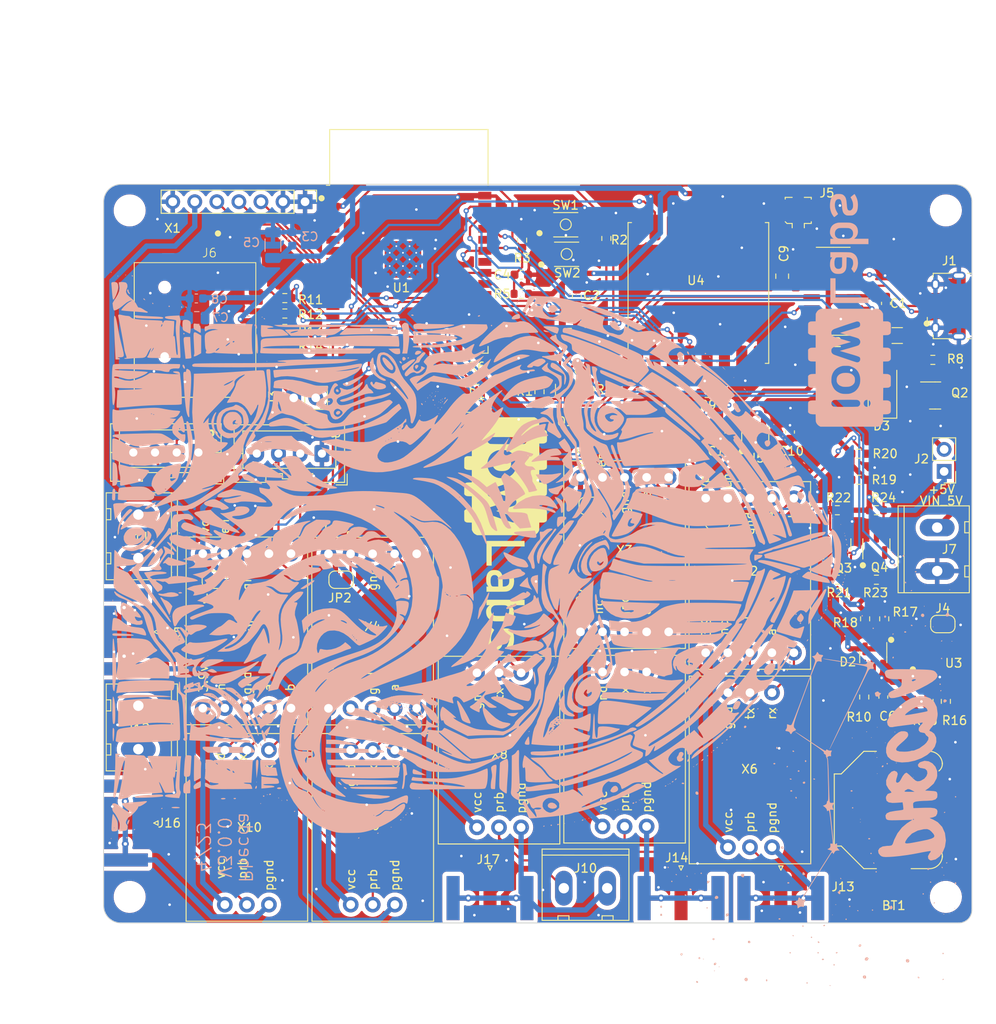
<source format=kicad_pcb>
(kicad_pcb (version 20221018) (generator pcbnew)
  (layers (0 "F.Cu" signal) (31 "B.Cu" signal) (34 "B.Paste" user) (35 "F.Paste" user) (36 "B.SilkS" user "B.Silkscreen") (37 "F.SilkS" user "F.Silkscreen") (38 "B.Mask" user) (39 "F.Mask" user) (44 "Edge.Cuts" user))
  (net 0 "")
  (net 1 "Net-(BT1-+)")
  (net 2 "GND")
  (net 3 "+5V")
  (net 4 "+3V3")
  (net 5 "/IO0")
  (net 6 "/RESET")
  (net 7 "/V_USB")
  (net 8 "/V_in")
  (net 9 "/EVI")
  (net 10 "/scl_5v")
  (net 11 "/sda_5v")
  (net 12 "/ezo_pgnd_3")
  (net 13 "/ezo_prb_3")
  (net 14 "/ezo_pgnd_4")
  (net 15 "/ezo_prb_4")
  (net 16 "/ezo_pgnd_5")
  (net 17 "/ezo_prb_5")
  (net 18 "/ezo_prb_1")
  (net 19 "/ezo_pgnd_1")
  (net 20 "/ezo_prb_2")
  (net 21 "/ezo_pgnd_2")
  (net 22 "/en_ezo_2")
  (net 23 "/en_ezo_4")
  (net 24 "/en_ezo_5")
  (net 25 "/en_ezo_1")
  (net 26 "/RST#")
  (net 27 "/DTR#")
  (net 28 "/sda")
  (net 29 "/scl")
  (net 30 "/IO2")
  (net 31 "/spi_mosi")
  (net 32 "/SD_cs")
  (net 33 "/spi_clk")
  (net 34 "/spi_miso")
  (net 35 "/INT")
  (net 36 "/rfm_rst")
  (net 38 "/RX")
  (net 39 "/TX")
  (net 40 "/BAT_LVL")
  (net 41 "/LoRa_Rx")
  (net 42 "/LoRa_Tx")
  (net 43 "/LoRa_Aux")
  (net 44 "/rfm_dio1")
  (net 45 "/rfm_cs")
  (net 46 "/rfm_int")
  (net 47 "/scl_ezo_1")
  (net 48 "/sda_ezo_1")
  (net 49 "/gnd_ezo_1")
  (net 50 "/vcc_ezo_1")
  (net 51 "/scl_ezo_2")
  (net 52 "/sda_ezo_2")
  (net 53 "/gnd_ezo_2")
  (net 54 "/vcc_ezo_2")
  (net 55 "/scl_ezo_4")
  (net 56 "/sda_ezo_4")
  (net 57 "/gnd_ezo_4")
  (net 58 "/vcc_ezo_4")
  (net 59 "/scl_ezo_5")
  (net 60 "/sda_ezo_5")
  (net 61 "/gnd_ezo_5")
  (net 62 "/vcc_ezo_5")
  (net 63 "Net-(D2-K)")
  (net 64 "Net-(D1-A)")
  (net 65 "Net-(D3-K)")
  (net 66 "Net-(J1-D-)")
  (net 67 "Net-(J1-D+)")
  (net 69 "Net-(J5-In)")
  (net 70 "Net-(J6-CMD)")
  (net 71 "Net-(J6-CLK)")
  (net 72 "Net-(Q1B-B1)")
  (net 73 "Net-(Q1A-B1)")
  (net 74 "Net-(R2-Pad2)")
  (net 75 "Net-(R3-Pad2)")
  (net 103 "/VIN_5V")
  (net 104 "/Dat3")
  (net 105 "/C{slash}D")
  (net 107 "Net-(J6-Dat0)")
  (footprint "Package_TO_SOT_SMD:SOT-23" (layer "F.Cu") (at 130 80.4375 90)
    (fp_text reference "Q4")
    (fp_text value "BSS138")
  )
  (footprint "Connector_PinHeader_2.54mm:PinHeader_1x02_P2.54mm_Vertical" (layer "F.Cu") (at 62.895 63.57 90)
    (fp_text reference "J3")
    (fp_text value "HDR-2x1")
  )
  (footprint "Jumper:SolderJumper-2_P1.3mm_Open_RoundedPad1.0x1.5mm" (layer "F.Cu") (at 53.75 84.5)
    (fp_text reference "JP3")
    (fp_text value "SolderJumper_2_Open")
  )
  (footprint "MountingHole:MountingHole_2.2mm_M2" (layer "F.Cu") (at 44 42)
    (fp_text reference "H1" hide)
    (fp_text value "MountingHole")
  )
  (footprint "Jumper:SolderJumper-2_P1.3mm_Open_RoundedPad1.0x1.5mm" (layer "F.Cu") (at 68.35 84.5)
    (fp_text reference "JP2")
    (fp_text value "SolderJumper_2_Open")
  )
  (footprint "Package_TO_SOT_SMD:SOT-23" (layer "F.Cu") (at 136.7625 63.3)
    (fp_text reference "Q2")
    (fp_text value "Q_PMOS_GSD")
  )
  (footprint "MountingHole:MountingHole_2.2mm_M2" (layer "F.Cu") (at 138 42)
    (fp_text reference "H2" hide)
    (fp_text value "MountingHole")
  )
  (footprint "Resistor_SMD:R_0603_1608Metric" (layer "F.Cu") (at 136 98.5 90)
    (fp_text reference "R15")
    (fp_text value "100k")
  )
  (footprint "Package_TO_SOT_SMD:SOT-363_SC-70-6_Handsoldering" (layer "F.Cu") (at 94.2 62.7 -90)
    (fp_text reference "Q1")
    (fp_text value "Q_Dual_NPN_NPN_BRT_E1B1C2E2B2C1")
  )
  (footprint "Battery:BatteryHolder_Keystone_3000_1x12mm" (layer "F.Cu") (at 132 111 90)
    (fp_text reference "BT1")
    (fp_text value "Battery_Cell")
  )
  (footprint "Resistor_SMD:R_0603_1608Metric" (layer "F.Cu") (at 61.87 55.643332 180)
    (fp_text reference "R13")
    (fp_text value "3.3k")
  )
  (footprint "Connector_Coaxial:SMA_Amphenol_132289_EdgeMount" (layer "F.Cu") (at 85.5 121.1375 -90)
    (fp_text reference "J17")
    (fp_text value "Conn_Coaxial")
  )
  (footprint "Resistor_SMD:R_0603_1608Metric" (layer "F.Cu") (at 125.5 84.5)
    (fp_text reference "R21")
    (fp_text value "10k")
  )
  (footprint "Resistor_SMD:R_0603_1608Metric" (layer "F.Cu") (at 130.9 89 -90)
    (fp_text reference "R17")
    (fp_text value "2.2k")
  )
  (footprint "Connector_Coaxial:SMA_Amphenol_132289_EdgeMount" (layer "F.Cu") (at 43.5625 112.5 180)
    (fp_text reference "J16")
    (fp_text value "Conn_Coaxial")
  )
  (footprint "Connector_JST:JST_XA_B04B-XASK-1_1x04_P2.50mm_Vertical" (layer "F.Cu") (at 66.14 69.98 180)
    (fp_text reference "J8")
    (fp_text value "HDR-4x1")
  )
  (footprint "Capacitor_SMD:C_0603_1608Metric" (layer "F.Cu") (at 131.1 52.7 -90)
    (fp_text reference "C1")
    (fp_text value "100n")
  )
  (footprint "Package_TO_SOT_SMD:SOT-23-5" (layer "F.Cu") (at 116.05 67.6375 90)
    (fp_text reference "U5")
    (fp_text value "AP2112K-3.3")
  )
  (footprint "Capacitor_SMD:C_0603_1608Metric" (layer "F.Cu") (at 95.5 51.8922 90)
    (fp_text reference "C2")
    (fp_text value "100n")
  )
  (footprint "Jumper:SolderJumper-2_P1.3mm_Open_RoundedPad1.0x1.5mm" (layer "F.Cu") (at 111.7 77.7)
    (fp_text reference "JP4")
    (fp_text value "SolderJumper_2_Open")
  )
  (footprint "Resistor_SMD:R_0603_1608Metric" (layer "F.Cu") (at 61.87 53.866666 180)
    (fp_text reference "R12")
    (fp_text value "3.3k")
  )
  (footprint "Resistor_SMD:R_0603_1608Metric" (layer "F.Cu") (at 89.1 51.6 180)
    (fp_text reference "R5")
    (fp_text value "10K")
  )
  (footprint "IoWLabsModules:Ezo_generic" (layer "F.Cu") (at 115.44 106.39)
    (fp_text reference "X6")
    (fp_text value "Ezp-generic")
  )
  (footprint "Resistor_SMD:R_0603_1608Metric" (layer "F.Cu") (at 110.5 63)
    (fp_text reference "R9")
    (fp_text value "10k")
  )
  (footprint "Resistor_SMD:R_0603_1608Metric" (layer "F.Cu") (at 130 76.5)
    (fp_text reference "R24")
    (fp_text value "10k")
  )
  (footprint "Connector_USB:USB_Micro-B_Amphenol_10118194_Horizontal" (layer "F.Cu") (at 138.2 53 90)
    (fp_text reference "J1")
    (fp_text value "USB_B_Micro")
  )
  (footprint "Fuse:Fuse_1206_3216Metric" (layer "F.Cu") (at 132.4 56.4 180)
    (fp_text reference "F1")
    (fp_text value "FUSE")
  )
  (footprint "Resistor_SMD:R_0603_1608Metric" (layer "F.Cu") (at 61.87 52.09 180)
    (fp_text reference "R11")
    (fp_text value "3.3k")
  )
  (footprint "Capacitor_SMD:C_0603_1608Metric" (layer "F.Cu") (at 120.05 67.5 90)
    (fp_text reference "C10")
    (fp_text value "1u")
  )
  (footprint "LED_SMD:LED_0603_1608Metric" (layer "F.Cu") (at 84 64.5)
    (fp_text reference "D1")
    (fp_text value "LED")
  )
  (footprint "MountingHole:MountingHole_2.2mm_M2" (layer "F.Cu") (at 138 121)
    (fp_text reference "H3" hide)
    (fp_text value "MountingHole")
  )
  (footprint "IoWLabsModules:Ezo_iso" (layer "F.Cu") (at 71.98 90.41)
    (fp_text reference "X4")
    (fp_text value "Ezo_ivi_iso")
  )
  (footprint "Resistor_SMD:R_0603_1608Metric" (layer "F.Cu") (at 128.6 98 -90)
    (fp_text reference "R10")
    (fp_text value "3.3k")
  )
  (footprint "IoWLabsModules:Ezo_generic" (layer "F.Cu") (at 57.5 113)
    (fp_text reference "X10")
    (fp_text value "Ezp-generic")
  )
  (footprint "Resistor_SMD:R_0603_1608Metric" (layer "F.Cu") (at 130 84.5)
    (fp_text reference "R23")
    (fp_text value "10k")
  )
  (footprint "IoWLabsModules:Ezo_iso" (layer "F.Cu") (at 57.5 90.39)
    (fp_text reference "X5")
    (fp_text value "Ezo_ivi_iso")
  )
  (footprint "Diode_SMD:D_SMA" (layer "F.Cu") (at 130.7 62.4 90)
    (fp_text reference "D3")
    (fp_text value "D_Schottky")
  )
  (footprint "Capacitor_SMD:C_0603_1608Metric" (layer "F.Cu") (at 130.8 98 -90)
    (fp_text reference "C6")
    (fp_text value "10n")
  )
  (footprint "Resistor_SMD:R_0603_1608Metric" (layer "F.Cu") (at 96.98 62.54 90)
    (fp_text reference "R7")
    (fp_text value "10K")
  )
  (footprint "IoWLabs:SMD_SWITCH" (layer "F.Cu") (at 94.225 43.65)
    (fp_text reference "SW1")
    (fp_text value "SW_DIP_x02")
  )
  (footprint "IoWLabs:SON-8" (layer "F.Cu") (at 136.15 93.9 90)
    (fp_text reference "U3")
    (fp_text value "RV-8803")
  )
  (footprint "IoWLabs:SMD_SWITCH" (layer "F.Cu") (at 94.325 47.05)
    (fp_text reference "SW2")
    (fp_text value "SW_DIP_x02")
  )
  (footprint "IoWLabsModules:Ezo_iso" (layer "F.Cu") (at 101 81.61)
    (fp_text reference "X3")
    (fp_text value "Ezo_ivi_iso")
  )
  (footprint "Package_SO:SOIC-16_3.9x9.9mm_P1.27mm" (layer "F.Cu") (at 125.025 51.305 180)
    (fp_text reference "U2")
    (fp_text value "CH340C")
  )
  (footprint "IoWLabsModules:Ezo_generic" (layer "F.Cu") (at 72 113)
    (fp_text reference "X9")
    (fp_text value "Ezp-generic")
  )
  (footprint "IoWLabsLogos:IoWLabsLogo" (layer "F.Cu") (at 87.3 79.339289 -90)
    (fp_text reference "G***" hide)
    (fp_text value "LOGO" hide)
  )
  (footprint "Package_TO_SOT_SMD:SOT-23" (layer "F.Cu") (at 125.5 80.4375 90)
    (fp_text reference "Q3")
    (fp_text value "BSS138")
  )
  (footprint "Resistor_SMD:R_0603_1608Metric" (layer "F.Cu") (at 136.5 59.2)
    (fp_text reference "R8")
    (fp_text value "10K")
  )
  (footprint "Connector_PinHeader_2.54mm:PinHeader_1x07_P2.54mm_Vertical" (layer "F.Cu") (at 64.2 41 -90)
    (fp_text reference "X1")
    (fp_text value "E32")
  )
  (footprint "Jumper:SolderJumper-2_P1.3mm_Open_RoundedPad1.0x1.5mm" (layer "F.Cu") (at 97.15 76)
    (fp_text reference "JP1")
    (fp_text value "SolderJumper_2_Open")
  )
  (footprint "Resistor_SMD:R_0603_1608Metric" (layer "F.Cu") (at 98.9 45.225 90)
    (fp_text reference "R2")
    (fp_text value "200")
  )
  (footprint "Resistor_SMD:R_0603_1608Metric" (layer "F.Cu") (at 91.2 62.87 90)
    (fp_text reference "R1")
    (fp_text value "10K")
  )
  (footprint "Resistor_SMD:R_0603_1608Metric" (layer "F.Cu") (at 125.5 76.5 180)
    (fp_text reference "R22")
    (fp_text value "10k")
  )
  (footprint "Package_TO_SOT_SMD:SOT-23" (layer "F.Cu") (at 129.6375 93.4 -90)
    (fp_text reference "D2")
    (fp_text value "BAS70-05")
  )
  (footprint "Capacitor_SMD:C_0603_1608Metric" (layer "F.Cu") (at 89.1 49.4)
    (fp_text reference "C4")
    (fp_text value "100n")
  )
  (footprint "RF_Module:ESP32-WROOM-32" (layer "F.Cu") (at 76.155 48.55)
    (fp_text reference "U1")
    (fp_text value "ESP32-WROOM-32D")
  )
  (footprint "IoWLabsModules:Ezo_generic" (layer "F.Cu") (at 101 104)
    (fp_text reference "X7")
    (fp_text value "Ezp-generic")
  )
  (footprint "IoWLabsConnectors:Tb-2x1-5p-TH-V" (layer "F.Cu") (at 45 101.5 90)
    (fp_text reference "J12")
    (fp_text value "HDR-2x1")
  )
  (footprint "Connector_Coaxial:SMA_Amphenol_132289_EdgeMount" (layer "F.Cu") (at 119 121.1375 -90)
    (fp_text reference "J13")
    (fp_text value "Conn_Coaxial")
  )
  (footprint "Capacitor_SMD:C_0603_1608Metric" (layer "F.Cu") (at 112.05 67.5 -90)
    (fp_text reference "C11")
    (fp_text value "1u")
  )
  (footprint "Connector_Coaxial:SMA_Amphenol_132289_EdgeMount" (layer "F.Cu") (at 43.5625 90.5 180)
    (fp_text reference "J15")
    (fp_text value "Conn_Coaxial")
  )
  (footprint "Connector_Coaxial:U.FL_Molex_MCRF_73412-0110_Vertical" (layer "F.Cu") (at 121 42)
    (fp_text reference "J5")
    (fp_text value "Conn_Coaxial")
  )
  (footprint "Resistor_SMD:R_0603_1608Metric" (layer "F.Cu") (at 84 61.5)
    (fp_text reference "R6")
    (fp_text value "330")
  )
  (footprint "Resistor_SMD:R_0603_1608Metric" (layer "F.Cu") (at 128 70)
    (fp_text reference "R20")
    (fp_text value "4.7k")
  )
  (footprint "Resistor_SMD:R_0603_1608Metric" (layer "F.Cu") (at 89.2 45.425 90)
    (fp_text reference "R3")
    (fp_text value "200")
  )
  (footprint "IoWLabsModules:Ezo_iso" (layer "F.Cu") (at 115.42 84.01)
    (fp_text reference "X2")
    (fp_text value "Ezo_ivi_iso")
  )
  (footprint "Resistor_SMD:R_0603_1608Metric" (layer "F.Cu") (at 94.65 55.05)
    (fp_text reference "R4")
    (fp_text value "10K")
  )
  (footprint "Capacitor_SMD:C_0805_2012Metric" (layer "F.Cu") (at 119.15 49.57 90)
    (fp_text reference "C9")
    (fp_text value "4.7u")
  )
  (footprint "IoWLabsConnectors:Tb-2x1-5p-TH-V" (layer "F.Cu") (at 45 79.5 90)
    (fp_text reference "J11")
    (fp_text value "HDR-2x1")
  )
  (footprint "Resistor_SMD:R_0603_1608Metric" (layer "F.Cu") (at 61.87 57.42 180)
    (fp_text reference "R14")
    (fp_text value "3.3k")
  )
  (footprint "IoWLabsConnectors:Tb-2x1-5p-TH-V" (layer "F.Cu") (at 96.5 120 180)
    (fp_text reference "J10")
    (fp_text value "HDR-2x1")
  )
  (footprint "IoWLabsModules:Ezo_generic" (layer "F.Cu") (at 86.54 104.11)
    (fp_text reference "X8")
    (fp_text value "Ezp-generic")
  )
  (footprint "MountingHole:MountingHole_2.2mm_M2" (layer "F.Cu") (at 44 121)
    (fp_text reference "H4" hide)
    (fp_text value "MountingHole")
  )
  (footprint "Connector_JST:JST_XA_B04B-XASK-1_1x04_P2.50mm_Vertical" (layer "F.Cu") (at 51.92 69.86 180)
    (fp_text reference "J9")
    (fp_text value "HDR-4x1")
  )
  (footprint "IoWLabsConnectors:microSD_push_push" (layer "F.Cu") (at 58.53 55.76 -90)
    (fp_text reference "J6")
    (fp_text value "~")
  )
  (footprint "Connector_Coaxial:SMA_Amphenol_132289_EdgeMount" (layer "F.Cu") (at 107.5 121.1375 -90)
    (fp_text reference "J14")
    (fp_text value "Conn_Coaxial")
  )
  (footprint "RF_Module:HOPERF_RFM9XW_SMD" (layer "F.Cu") (at 109.5 51.5 90)
    (fp_text reference "U4")
    (fp_text value "RFM95W-915S2")
  )
  (footprint "Connector_PinHeader_2.54mm:PinHeader_1x02_P2.54mm_Vertical" (layer "F.Cu") (at 137.8 72.04 180)
    (fp_text reference "J2")
    (fp_text value "ON OFF")
  )
  (footprint "Jumper:SolderJumper-2_P1.3mm_Open_RoundedPad1.0x1.5mm" (layer "F.Cu") (at 137.65 89.6)
    (fp_text reference "J4")
    (fp_text value "Conn_01x02")
  )
  (footprint "Resistor_SMD:R_0603_1608Metric" (layer "F.Cu") (at 138 98.5 90)
    (fp_text reference "R16")
    (fp_text value "100k")
  )
  (footprint "IoWLabsConnectors:Tb-2x1-5p-TH-V" (layer "F.Cu") (at 137 81 -90)
    (fp_text reference "J7")
    (fp_text value "HDR-2x1")
  )
  (footprint "Resistor_SMD:R_0603_1608Metric" (layer "F.Cu") (at 128.7 89 -90)
    (fp_text reference "R18")
    (fp_text value "2.2k")
  )
  (footprint "Resistor_SMD:R_0603_1608Metric" (layer "F.Cu") (at 128 73 180)
    (fp_text reference "R19")
    (fp_text value "4.7k")
  )
  (footprint "Capacitor_SMD:C_1206_3216Metric" (layer "B.Cu") (at 60.5 46 90)
    (fp_text reference "C5")
    (fp_text value "10u")
  )
  (footprint "IoWLabsLogos:mimictest" (layer "B.Cu") (at 84.4 81.75 90)
    (fp_text reference "G***" hide)
    (fp_text value "LOGO" hide)
  )
  (footprint "IoWLabsLogos:phecda" (layer "B.Cu") (at 133.295313 105.27656 90)
    (fp_text reference "G***" hide)
    (fp_text value "LOGO" hide)
  )
  (footprint "Capacitor_SMD:C_0603_1608Metric" (layer "B.Cu") (at 51.68 52.13 180)
    (fp_text reference "C8")
    (fp_text value "100n")
  )
  (footprint "Capacitor_SMD:C_0603_1608Metric" (layer "B.Cu") (at 62.73 45.27 90)
    (fp_text reference "C3")
    (fp_text value "100n")
  )
  (footprint "IoWLabsLogos:IoWLabsLogo" (layer "B.Cu") (at 126.9 53.350711 90)
    (fp_text reference "G***" hide)
    (fp_text value "LOGO" hide)
  )
  (footprint "Capacitor_SMD:C_0805_2012Metric" (layer "B.Cu") (at 51.73 54.38 180)
    (fp_text reference "C7")
    (fp_text value "10u")
  )
  (footprint "IoWLabsLogos:ursa_major" (layer "B.Cu") (at 121.676667 105.839928 90)
    (fp_text reference "G***" hide)
    (fp_text value "LOGO" hide)
  )
  (gr_circle (center 101.2 60.117157) (end 101.482843 60.117157) (stroke (width 0.15)) (fill solid) (layer "F.SilkS"))
  (gr_circle (center 95.6 60.517157) (end 95.882843 60.517157) (stroke (width 0.15)) (fill solid) (layer "F.SilkS"))
  (gr_circle (center 128.44 82.84) (end 128.722843 82.84) (stroke (width 0.15)) (fill solid) (layer "F.SilkS"))
  (gr_circle (center 123.75 82.93) (end 124.032843 82.93) (stroke (width 0.15)) (fill solid) (layer "F.SilkS"))
  (gr_circle (center 54.17 44.65) (end 54.452843 44.65) (stroke (width 0.15)) (fill solid) (layer "F.SilkS"))
  (gr_circle (center 114.5 69.717157) (end 114.782843 69.717157) (stroke (width 0.15)) (fill solid) (layer "F.SilkS"))
  (gr_circle (center 91.4 48.217157) (end 91.682843 48.217157) (stroke (width 0.15)) (fill solid) (layer "F.SilkS"))
  (gr_circle (center 135.8 55.017157) (end 136.082843 55.017157) (stroke (width 0.15)) (fill solid) (layer "F.SilkS"))
  (gr_circle (center 66.1 40.6) (end 66.382843 40.6) (stroke (width 0.15)) (fill solid) (layer "F.SilkS"))
  (gr_circle (center 134.2 94.817157) (end 134.482843 94.817157) (stroke (width 0.15)) (fill solid) (layer "F.SilkS"))
  (gr_circle (center 128.4 56.717157) (end 128.682843 56.717157) (stroke (width 0.15)) (fill solid) (layer "F.SilkS"))
  (gr_circle (center 131.7 91.417157) (end 131.982843 91.417157) (stroke (width 0.15)) (fill solid) (layer "F.SilkS"))
  (gr_circle (center 91.2 44.617157) (end 91.482843 44.617157) (stroke (width 0.15)) (fill solid) (layer "F.SilkS"))
  (gr_line locked (start 41 122) (end 41 41) (stroke (width 0.1)) (layer "Edge.Cuts"))
  (gr_line locked (start 43 39) (end 139 39) (stroke (width 0.1)) (layer "Edge.Cuts"))
  (gr_line locked (start 141 41) (end 141 122.5) (stroke (width 0.1)) (layer "Edge.Cuts"))
  (gr_line locked (start 139.5 124) (end 43 124) (stroke (width 0.1)) (layer "Edge.Cuts"))
  (gr_arc locked (start 41 41) (mid 41.585786 39.585786) (end 43 39) (stroke (width 0.1)) (layer "Edge.Cuts"))
  (gr_arc locked (start 141 122.5) (mid 140.56066 123.56066) (end 139.5 124) (stroke (width 0.1)) (layer "Edge.Cuts"))
  (gr_arc locked (start 139 39) (mid 140.414214 39.585786) (end 141 41) (stroke (width 0.1)) (layer "Edge.Cuts"))
  (gr_arc locked (start 43 124) (mid 41.585786 123.414214) (end 41 122) (stroke (width 0.1)) (layer "Edge.Cuts"))
  (gr_text "Phecda\nV3.0.0\n4/23" (at 54.9 115.3 270) (layer "B.SilkS") (effects (font (size 1.5 1.5)) (justify mirror)))
  (gr_text "VIN_5V" (at 134.9 76) (layer "F.SilkS") (effects (font (size 1 1)) (justify left bottom)))
  (gr_text "+5V" (at 135.9 74.7) (layer "F.SilkS") (effects (font (size 1 1)) (justify left bottom)))
  (segment (start 130.5 103.1) (end 132 103.1) (width 0.6096) (layer "F.Cu") (net 1))
  (segment (start 126.3952 116.1952) (end 129.1 118.9) (width 0.6096) (layer "F.Cu") (net 1))
  (segment (start 126.3952 106.4452) (end 126.3952 116.1952) (width 0.6096) (layer "F.Cu") (net 1))
  (segment (start 129.7404 103.1) (end 126.3952 106.4452) (width 0.6096) (layer "F.Cu") (net 1))
  (segment (start 129.775 103.1) (end 130.3 103.1) (width 0.6096) (layer "F.Cu") (net 1))
  (segment (start 128.6 98.825) (end 128.6 99.7) (width 0.6096) (layer "F.Cu") (net 1))
  (segment (start 129.1 118.9) (end 132 118.9) (width 0.6096) (layer "F.Cu") (net 1))
  (segment (start 128.6 99.7) (end 132 103.1) (width 0.6096) (layer "F.Cu") (net 1))
  (segment (start 132 103.1) (end 130.3 103.1) (width 0.6096) (layer "F.Cu") (net 1))
  (segment (start 130.3 103.1) (end 129.7404 103.1) (width 0.6096) (layer "F.Cu") (net 1))
  (segment (start 116.05 68.775) (end 116.05 68.748725) (width 0.25) (layer "F.Cu") (net 2))
  (segment (start 116.05 68.748725) (end 116.098823 68.699902) (width 0.25) (layer "F.Cu") (net 2))
  (segment (start 101.850951 56.949049) (end 102.5 57.598098) (width 0.25) (layer "F.Cu") (net 2))
  (segment (start 102.5 57.598098) (end 102.5 59.025) (width 0.25) (layer "F.Cu") (net 2))
  (segment (start 114.5 43.975) (end 114.5 46.3) (width 0.6096) (layer "F.Cu") (net 2))
  (segment (start 58.53 52.51) (end 56.53 52.51) (width 0.6096) (layer "F.Cu") (net 2))
  (segment (start 81.76 40.48) (end 81.94 40.3) (width 0.6096) (layer "F.Cu") (net 2))
  (segment (start 136.8 51.7) (end 135.2 51.7) (width 0.254) (layer "F.Cu") (net 2))
  (segment (start 56.53 52.51) (end 55.43 53.61) (width 0.6096) (layer "F.Cu") (net 2))
  (segment (start 96.25 47.8) (end 95.2 47.8) (width 0.25) (layer "F.Cu") (net 2))
  (segment (start 81.94 40.3) (end 84.905 40.3) (width 0.6096) (layer "F.Cu") (net 2))
  (segment (start 114.5 43.975) (end 114.5 43.7) (width 0.25) (layer "F.Cu") (net 2))
  (segment (start 95.2 47.8) (end 95.1 47.7) (width 0.25) (layer "F.Cu") (net 2))
  (segment (start 135.2 51.7) (end 135.05 51.55) (width 0.254) (layer "F.Cu") (net 2))
  (via (at 124.7 92.4) (size 0.6) (drill 0.3) (layers "F.Cu" "B.Cu") (net 2))
  (via (at 117 119.3) (size 0.6) (drill 0.3) (layers "F.Cu" "B.Cu") (net 2))
  (via (at 125.9 88.3) (size 0.6) (drill 0.3) (layers "F.Cu" "B.Cu") (net 2))
  (via (at 137.3 95.7) (size 0.6) (drill 0.3) (layers "F.Cu" "B.Cu") (net 2))
  (via (at 120.1 64.75) (size 0.6) (drill 0.3) (layers "F.Cu" "B.Cu") (net 2))
  (via (at 56 91.1) (size 0.6) (drill 0.3) (layers "F.Cu" "B.Cu") (net 2))
  (via (at 65.05 68.11) (size 0.6) (drill 0.3) (layers "F.Cu" "B.Cu") (net 2))
  (via (at 65.5 120.1) (size 0.6) (drill 0.3) (layers "F.Cu" "B.Cu") (net 2))
  (via (at 55.3 56.84) (size 0.6) (drill 0.3) (layers "F.Cu" "B.Cu") (net 2))
  (via (at 88.8 59) (size 0.6) (drill 0.3) (layers "F.Cu" "B.Cu") (net 2))
  (via (at 83.09 53.98) (size 0.6) (drill 0.3) (layers "F.Cu" "B.Cu") (net 2))
  (via (at 131 49.5) (size 0.6) (drill 0.3) (layers "F.Cu" "B.Cu") (net 2))
  (via (at 91.6 120.2) (size 0.6) (drill 0.3) (layers "F.Cu" "B.Cu") (net 2))
  (via (at 112.3 40.4) (size 0.6) (drill 0.3) (layers "F.Cu" "B.Cu") (net 2))
  (via (at 50.37 61.73) (size 0.6) (drill 0.3) (layers "F.Cu" "B.Cu") (net 2))
  (via (at 105.6 64.5) (size 0.6) (drill 0.3) (layers "F.Cu" "B.Cu") (net 2))
  (via (at 98.1 57.1) (size 0.6) (drill 0.3) (layers "F.Cu" "B.Cu") (net 2))
  (via (at 79.5 49.5) (size 0.6) (drill 0.3) (layers "F.Cu" "B.Cu") (net 2))
  (via (at 48.5 116.1) (size 0.6) (drill 0.3) (layers "F.Cu" "B.Cu") (net 2))
  (via (at 70.9 44.6) (size 0.6) (drill 0.3) (layers "F.Cu" "B.Cu") (net 2))
  (via (at 122.35 78.55) (size 0.6) (drill 0.3) (layers "F.Cu" "B.Cu") (net 2))
  (via (at 104.55 92.85) (size 0.6) (drill 0.3) (layers "F.Cu" "B.Cu") (net 2))
  (via (at 95.85 80.55) (size 0.6) (drill 0.3) (layers "F.Cu" "B.Cu") (net 2))
  (via (at 58.53 72.98) (size 0.6) (drill 0.3) (layers "F.Cu" "B.Cu") (net 2))
  (via (at 45.8 106.3) (size 0.6) (drill 0.3) (layers "F.Cu" "B.Cu") (net 2))
  (via (at 90.64 41.97) (size 0.6) (drill 0.3) (layers "F.Cu" "B.Cu") (net 2))
  (via (at 96.4 119.3) (size 0.6) (drill 0.3) (layers "F.Cu" "B.Cu") (net 2))
  (via (at 45.12 73.02) (size 0.6) (drill 0.3) (layers "F.Cu" "B.Cu") (net 2))
  (via (at 98 123.1) (size 0.6) (drill 0.3) (layers "F.Cu" "B.Cu") (net 2))
  (via (at 42.3 79.6) (size 0.6) (drill 0.3) (layers "F.Cu" "B.Cu") (net 2))
  (via (at 90.8 84.7) (size 0.6) (drill 0.3) (layers "F.Cu" "B.Cu") (net 2))
  (via (at 112 55.1) (size 0.6) (drill 0.3) (layers "F.Cu" "B.Cu") (net 2))
  (via (at 98.15 92.7) (size 0.6) (drill 0.3) (layers "F.Cu" "B.Cu") (net 2))
  (via (at 119.5 55.4) (size 0.6) (drill 0.3) (layers "F.Cu" "B.Cu") (net 2))
  (via (at 48.6 121.9) (size 0.6) (drill 0.3) (layers "F.Cu" "B.Cu") (net 2))
  (via (at 55.43 53.61) (size 0.6) (drill 0.3) (layers "F.Cu" "B.Cu") (net 2))
  (via (at 119.35 94.9) (size 0.6) (drill 0.3) (layers "F.Cu" "B.Cu") (net 2))
  (via (at 120.41 46.48) (size 0.6) (drill 0.3) (layers "F.Cu" "B.Cu") (net 2))
  (via (at 58.55 101.55) (size 0.6) (drill 0.3) (layers "F.Cu" "B.Cu") (net 2))
  (via (at 123.14 44.1) (size 0.6) (drill 0.3) (layers "F.Cu" "B.Cu") (net 2))
  (via (at 54.3 101.5) (size 0.6) (drill 0.3) (layers "F.Cu" "B.Cu") (net 2))
  (via (at 99.0755 56.42) (size 0.6) (drill 0.3) (layers "F.Cu" "B.Cu") (net 2))
  (via (at 50.34 73.13) (size 0.6) (drill 0.3) (layers "F.Cu" "B.Cu") (net 2))
  (via (at 73.71 50.77) (size 0.6) (drill 0.3) (layers "F.Cu" "B.Cu") (net 2))
  (via (at 65.2 77.35) (size 0.6) (drill 0.3) (layers "F.Cu" "B.Cu") (net 2))
  (via (at 103.4 102.4) (size 0.6) (drill 0.3) (layers "F.Cu" "B.Cu") (net 2))
  (via (at 54.16 49.17) (size 0.6) (drill 0.3) (layers "F.Cu" "B.Cu") (net 2))
  (via (at 116.098823 68.699902) (size 0.6) (drill 0.3) (layers "F.Cu" "B.Cu") (net 2))
  (via (at 48.4 76.85) (size 0.6) (drill 0.3) (layers "F.Cu" "B.Cu") (net 2))
  (via (at 116.4 94.9) (size 0.6) (drill 0.3) (layers "F.Cu" "B.Cu") (net 2))
  (via (at 118.8 103.9) (size 0.6) (drill 0.3) (layers "F.Cu" "B.Cu") (net 2))
  (via (at 127.11 60.39) (size 0.6) (drill 0.3) (layers "F.Cu" "B.Cu") (net 2))
  (via (at 58.47 76.01) (size 0.6) (drill 0.3) (layers "F.Cu" "B.Cu") (net 2))
  (via (at 129.8 71.6) (size 0.6) (drill 0.3) (layers "F.Cu" "B.Cu") (net 2))
  (via (at 130.9755 87) (size 0.6) (drill 0.3) (layers "F.Cu" "B.Cu") (net 2))
  (via (at 47.2 43) (size 0.6) (drill 0.3) (layers "F.Cu" "B.Cu") (net 2))
  (via (at 98.05 47.79) (size 0.6) (drill 0.3) (layers "F.Cu" "B.Cu") (net 2))
  (via (at 112.05 68.275) (size 0.6) (drill 0.3) (layers "F.Cu" "B.Cu") (net 2))
  (via (at 66.95 88.6) (size 0.6) (drill 0.3) (layers "F.Cu" "B.Cu") (net 2))
  (via (at 42.6 101.2) (size 0.6) (drill 0.3) (layers "F.Cu" "B.Cu") (net 2))
  (via (at 136.55 57.4) (size 0.6) (drill 0.3) (layers "F.Cu" "B.Cu") (net 2))
  (via (at 65.3 43.15) (size 0.6) (drill 0.3) (layers "F.Cu" "B.Cu") (net 2))
  (via (at 109.4 117.15) (size 0.6) (drill 0.3) (layers "F.Cu" "B.Cu") (net 2))
  (via (at 134.6 89) (size 0.6) (drill 0.3) (layers "F.Cu" "B.Cu") (net 2))
  (via (at 82.2 116.3) (size 0.6) (drill 0.3) (layers "F.Cu" "B.Cu") (net 2))
  (via (at 72.32 49.2) (size 0.6) (drill 0.3) (layers "F.Cu" "B.Cu") (net 2))
  (via (at 126.19 44.93) (size 0.6) (drill 0.3) (layers "F.Cu" "B.Cu") (net 2))
  (via (at 87.4 116.8) (size 0.6) (drill 0.3) (layers "F.Cu" "B.Cu") (net 2))
  (via (at 87.4 55.3) (size 0.6) (drill 0.3) (layers "F.Cu" "B.Cu") (net 2))
  (via (at 41.7 114.8) (size 0.6) (drill 0.3) (layers "F.Cu" "B.Cu") (net 2))
  (via (at 113.26 110.99) (size 0.6) (drill 0.3) (layers "F.Cu" "B.Cu") (net 2))
  (via (at 62.45 107.9) (size 0.6) (drill 0.3) (layers "F.Cu" "B.Cu") (net 2))
  (via (at 132 45.3) (size 0.6) (drill 0.3) (layers "F.Cu" "B.Cu") (net 2))
  (via (at 74.9 68.6) (size 0.6) (drill 0.3) (layers "F.Cu" "B.Cu") (net 2))
  (via (at 138.45 107.45) (size 0.6) (drill 0.3) (layers "F.Cu" "B.Cu") (net 2))
  (via (at 69.75 106.95) (size 0.6) (drill 0.3) (layers "F.Cu" "B.Cu") (net 2))
  (via (at 76.2 86.4) (size 0.6) (drill 0.3) (layers "F.Cu" "B.Cu") (net 2))
  (via (at 65.54 60.49) (size 0.6) (drill 0.3) (layers "F.Cu" "B.Cu") (net 2))
  (via (at 120.66 59.76) (size 0.6) (drill 0.3) (layers "F.Cu" "B.Cu") (net 2))
  (via (at 127.2 77.8) (size 0.6) (drill 0.3) (layers "F.Cu" "B.Cu") (net 2))
  (via (at 121.2 122.8) (size 0.6) (drill 0.3) (layers "F.Cu" "B.Cu") (net 2))
  (via (at 101.850951 56.949049) (size 0.6) (drill 0.3) (layers "F.Cu" "B.Cu") (net 2))
  (via (at 87.8 102.4) (size 0.6) (drill 0.3) (layers "F.Cu" "B.Cu") (net 2))
  (via (at 79.48 62.27) (size 0.6) (drill 0.3) (layers "F.Cu" "B.Cu") (net 2))
  (via (at 80.95 83.1) (size 0.6) (drill 0.3) (layers "F.Cu" "B.Cu") (net 2))
  (via (at 81.76 40.48) (size 0.6) (drill 0.3) (layers "F.Cu" "B.Cu") (net 2))
  (via (at 42.2 88.4) (size 0.6) (drill 0.3) (layers "F.Cu" "B.Cu") (net 2))
  (via (at 125.8 41.44) (size 0.6) (drill 0.3) (layers "F.Cu" "B.Cu") (net 2))
  (via (at 133.9 66.25) (size 0.6) (drill 0.3) (layers "F.Cu" "B.Cu") (net 2))
  (via (at 138 50.9) (size 0.6) (drill 0.3) (layers "F.Cu" "B.Cu") (net 2))
  (via (at 132.8 99.15) (size 0.6) (drill 0.3) (layers "F.Cu" "B.Cu") (net 2))
  (via (at 55.57 45.08) (size 0.6) (drill 0.3) (layers "F.Cu" "B.Cu") (net 2))
  (via (at 48.35 90.05) (size 0.6) (drill 0.3) (layers "F.Cu" "B.Cu") (net 2))
  (via (at 71.84 55.78) (size 0.6) (drill 0.3) (layers "F.Cu" "B.Cu") (net 2))
  (via (at 58.53 79.37) (size 0.6) (drill 0.3) (layers "F.Cu" "B.Cu") (net 2))
  (via (at 87.6 122.4) (size 0.6) (drill 0.3) (layers "F.Cu" "B.Cu") (net 2))
  (via (at 101.85 92.7) (size 0.6) (drill 0.3) (layers "F.Cu" "B.Cu") (net 2))
  (via (at 112.7 95.3) (size 0.6) (drill 0.3) (layers "F.Cu" "B.Cu") (net 2))
  (via (at 69.01 61.91) (size 0.6) (drill 0.3) (layers "F.Cu" "B.Cu") (net 2))
  (via (at 114.9 61.6) (size 0.6) (drill 0.3) (layers "F.Cu" "B.Cu") (net 2))
  (via (at 79.26 45.41) (size 0.6) (drill 0.3) (layers "F.Cu" "B.Cu") (net 2))
  (via (at 55.25 70.05) (size 0.6) (drill 0.3) (layers "F.Cu" "B.Cu") (net 2))
  (via (at 110.23 61.63) (size 0.6) (drill 0.3) (layers "F.Cu" "B.Cu") (net 2))
  (via (at 120.05 66.725) (size 0.6) (drill 0.3) (layers "F.Cu" "B.Cu") (net 2))
  (via (at 44.82 65.95) (size 0.6) (drill 0.3) (layers "F.Cu" "B.Cu") (net 2))
  (via (at 96.64 50.29) (size 0.6) (drill 0.3) (layers "F.Cu" "B.Cu") (net 2))
  (via (at 55.3 112.9) (size 0.6) (drill 0.3) (layers "F.Cu" "B.Cu") (net 2))
  (via (at 135.05 51.55) (size 0.6) (drill 0.3) (layers "F.Cu" "B.Cu") (net 2))
  (via (at 116.8 122.6) (size 0.6) (drill 0.3) (layers "F.Cu" "B.Cu") (net 2))
  (via (at 60.92 60.01) (size 0.6) (drill 0.3) (layers "F.Cu" "B.Cu") (net 2))
  (via (at 69.05 101.5) (size 0.6) (drill 0.3) (layers "F.Cu" "B.Cu") (net 2))
  (via (at 65.2 72.55) (size 0.6) (drill 0.3) (layers "F.Cu" "B.Cu") (net 2))
  (via (at 91.063013 57.246754) (size 0.6) (drill 0.3) (layers "F.Cu" "B.Cu") (net 2))
  (via (at 113.4 84.6) (size 0.6) (drill 0.3) (layers "F.Cu" "B.Cu") (net 2))
  (via (at 71.05 65.7) (size 0.6) (drill 0.3) (layers "F.Cu" "B.Cu") (net 2))
  (via (at 126.9 121.3) (size 0.6) (drill 0.3) (layers "F.Cu" "B.Cu") (net 2))
  (via (at 42 110.6) (size 0.6) (drill 0.3) (layers "F.Cu" "B.Cu") (net 2))
  (via (at 139.1 103.2) (size 0.6) (drill 0.3) (layers "F.Cu" "B.Cu") (net 2))
  (via (at 73.25 101.7) (size 0.6) (drill 0.3) (layers "F.Cu" "B.Cu") (net 2))
  (via (at 123.2 74.4) (size 0.6) (drill 0.3) (layers "F.Cu" "B.Cu") (net 2))
  (via (at 106.61 41.2) (size 0.6) (drill 0.3) (layers "F.Cu" "B.Cu") (net 2))
  (via (at 111.8 49.6) (size 0.6) (drill 0.3) (layers "F.Cu" "B.Cu") (net 2))
  (via (at 45.92 55.26) (size 0.6) (drill 0.3) (layers "F.Cu" "B.Cu") (net 2))
  (via (at 134.2 95.6) (size 0.6) (drill 0.3) (layers "F.Cu" "B.Cu") (net 2))
  (via (at 104.9 119.9) (size 0.6) (drill 0.3) (layers "F.Cu" "B.Cu") (net 2))
  (via (at 127.53 83.04) (size 0.6) (drill 0.3) (layers "F.Cu" "B.Cu") (net 2))
  (via (at 54 96.7) (size 0.6) (drill 0.3) (layers "F.Cu" "B.Cu") (net 2))
  (via (at 125.7 72.7) (size 0.6) (drill 0.3) (layers "F.Cu" "B.Cu") (net 2))
  (via (at 74.59 62.37) (size 0.6) (drill 0.3) (layers "F.Cu" "B.Cu") (net 2))
  (via (at 98.65 67.75) (size 0.6) (drill 0.3) (layers "F.Cu" "B.Cu") (net 2))
  (via (at 76.5 111.4) (size 0.6) (drill 0.3) (layers "F.Cu" "B.Cu") (net 2))
  (via (at 71.3 110.4) (size 0.6) (drill 0.3) (layers "F.Cu" "B.Cu") (net 2))
  (via (at 89.1 43) (size 0.6) (drill 0.3) (layers "F.Cu" "B.Cu") (net 2))
  (via (at 123.9 98.4) (size 0.6) (drill 0.3) (layers "F.Cu" "B.Cu") (net 2))
  (via (at 56.56 58.55) (size 0.6) (drill 0.3) (layers "F.Cu" "B.Cu") (net 2))
  (via (at 77.75 121.45) (size 0.6) (drill 0.3) (layers "F.Cu" "B.Cu") (net 2))
  (via (at 130.6 95.8) (size 0.6) (drill 0.3) (layers "F.Cu" "B.Cu") (net 2))
  (via (at 61.6 119.1) (size 0.6) (drill 0.3) (layers "F.Cu" "B.Cu") (net 2))
  (via (at 139.7 89.7) (size 0.6) (drill 0.3) (layers "F.Cu" "B.Cu") (net 2))
  (via (at 89.9 60.6) (size 0.6) (drill 0.3) (layers "F.Cu" "B.Cu") (net 2))
  (via (at 105.3 67.4) (size 0.6) (drill 0.3) (layers "F.Cu" "B.Cu") (net 2))
  (via (at 46.8 60.52) (size 0.6) (drill 0.3) (layers "F.Cu" "B.Cu") (net 2))
  (via (at 44.6 88) (size 0.6) (drill 0.3) (layers "F.Cu" "B.Cu") (net 2))
  (via (at 83.7 123.1) (size 0.6) (drill 0.3) (layers "F.Cu" "B.Cu") (net 2))
  (via (at 104 40.4) (size 0.6) (drill 0.3) (layers "F.Cu" "B.Cu") (net 2))
  (via (at 89.45 89.61) (size 0.6) (drill 0.3) (layers "F.Cu" "B.Cu") (net 2))
  (via (at 117.04 41.21) (size 0.6) (drill 0.3) (layers "F.Cu" "B.Cu") (net 2))
  (via (at 49.1 109) (size 0.6) (drill 0.3) (layers "F.Cu" "B.Cu") (net 2))
  (via (at 72.15 76.4) (size 0.6) (drill 0.3) (layers "F.Cu" "B.Cu") (net 2))
  (via (at 121.45 115.8) (size 0.6) (drill 0.3) (layers "F.Cu" "B.Cu") (net 2))
  (via (at 56.1 75.95) (size 0.6) (drill 0.3) (layers "F.Cu" "B.Cu") (net 2))
  (via (at 78.2 55) (size 0.6) (drill 0.3) (layers "F.Cu" "B.Cu") (net 2))
  (via (at 82.5 55.4) (size 0.6) (drill 0.3) (layers "F.Cu" "B.Cu") (net 2))
  (via (at 77.02 41.9) (size 0.6) (drill 0.3) (layers "F.Cu" "B.Cu") (net 2))
  (via (at 62.85 91.13) (size 0.6) (drill 0.3) (layers "F.Cu" "B.Cu") (net 2))
  (via (at 103.66 49.34) (size 0.6) (drill 0.3) (layers "F.Cu" "B.Cu") (net 2))
  (via (at 133.9 72.4) (size 0.6) (drill 0.3) (layers "F.Cu" "B.Cu") (net 2))
  (via (at 94.24 44.86) (size 0.6) (drill 0.3) (layers "F.Cu" "B.Cu") (net 2))
  (via (at 61.1 101.35) (size 0.6) (drill 0.3) (layers "F.Cu" "B.Cu") (net 2))
  (via (at 59.95 86.2) (size 0.6) (drill 0.3) (layers "F.Cu" "B.Cu") (net 2))
  (via (at 42.2 92.8) (size 0.6) (drill 0.3) (layers "F.Cu" "B.Cu") (net 2))
  (via (at 95.1 47.7) (size 0.6) (drill 0.3) (layers "F.Cu" "B.Cu") (net 2))
  (via (at 133 74.4) (size 0.6) (drill 0.3) (layers "F.Cu" "B.Cu") (net 2))
  (via (at 139.8 60.1) (size 0.6) (drill 0.3) (layers "F.Cu" "B.Cu") (net 2))
  (via (at 120.2 71.5) (size 0.6) (drill 0.3) (layers "F.Cu" "B.Cu") (net 2))
  (via (at 106.66 53.78) (size 0.6) (drill 0.3) (layers "F.Cu" "B.Cu") (net 2))
  (via (at 91 73.05) (size 0.6) (drill 0.3) (layers "F.Cu" "B.Cu") (net 2))
  (via (at 60.45 65.24) (size 0.6) (drill 0.3) (layers "F.Cu" "B.Cu") (net 2))
  (via (at 44.4 93) (size 0.6) (drill 0.3) (layers "F.Cu" "B.Cu") (net 2))
  (via (at 79.17 46.4) (size 0.6) (drill 0.3) (layers "F.Cu" "B.Cu") (net 2))
  (via (at 137.4 66.8) (size 0.6) (drill 0.3) (layers "F.Cu" "B.Cu") (net 2))
  (via (at 132.75 81.85) (size 0.6) (drill 0.3) (layers "F.Cu" "B.Cu") (net 2))
  (via (at 105.65 117.61) (size 0.6) (drill 0.3) (layers "F.Cu" "B.Cu") (net 2))
  (via (at 46.38 51.52) (size 0.6) (drill 0.3) (layers "F.Cu" "B.Cu") (net 2))
  (via (at 114.5 46.3) (size 0.6) (drill 0.3) (layers "F.Cu" "B.Cu") (net 2))
  (via (at 75.95 101.4) (size 0.6) (drill 0.3) (layers "F.Cu" "B.Cu") (net 2))
  (via (at 80.55 90.95) (size 0.6) (drill 0.3) (layers "F.Cu" "B.Cu") (net 2))
  (via (at 139.15 116.65) (size 0.6) (drill 0.3) (layers "F.Cu" "B.Cu") (net 2))
  (via (at 100 42.3) (size 0.6) (drill 0.3) (layers "F.Cu" "B.Cu") (net 2))
  (via (at 88.8 66.05) (size 0.6) (drill 0.3) (layers "F.Cu" "B.Cu") (net 2))
  (via (at 96.4 41.7) (size 0.6) (drill 0.3) (layers "F.Cu" "B.Cu") (net 2))
  (via (at 133.5 62.3) (size 0.6) (drill 0.3) (layers "F.Cu" "B.Cu") (net 2))
  (segment (start 101.850951 56.949049) (end 102.6 57.698098) (width 0.25) (layer "B.Cu") (net 2))
  (segment (start 102.6 57.698098) (end 102.6 58.5) (width 0.25) (layer "B.Cu") (net 2))
  (segment (start 111.05 77.7) (end 111.05 75.83) (width 0.6096) (layer "F.Cu") (net 3))
  (segment (start 112.975 70.9) (end 115.1 68.775) (width 0.6096) (layer "F.Cu") (net 3))
  (segment (start 117 68.775) (end 119.55 68.775) (width 0.6096) (layer "F.Cu") (net 3))
  (segment (start 115.1 69.413527) (end 115.628773 69.9423) (width 0.6096) (layer "F.Cu") (net 3))
  (segment (start 111.05 75.83) (end 110.34 75.12) (width 0.6096) (layer "F.Cu") (net 3))
  (segment (start 129.175 75) (end 129.175 73.35) (width 0.6096) (layer "F.Cu") (net 3))
  (segment (start 125.45 68.275) (end 127.175 70) (width 0.6096) (layer "F.Cu") (net 3))
  (segment (start 127.175 70) (end 127.175 71.35) (width 0.6096) (layer "F.Cu") (net 3))
  (segment (start 129.175 75) (end 129.175 76.5) (width 0.6096) (layer "F.Cu") (net 3))
  (segment (start 53.1 82.18) (end 52.42 81.5) (width 0.6096) (layer "F.Cu") (net 3))
  (segment (start 95.92 75.42) (end 96.5 76) (width 0.6096) (layer "F.Cu") (net 3))
  (segment (start 53.1 84.5) (end 53.1 82.18) (width 0.6096) (layer "F.Cu") (net 3))
  (segment (start 112.9 70.9) (end 112.975 70.9) (width 0.6096) (layer "F.Cu") (net 3))
  (segment (start 67.7 84.5) (end 67.7 82.32) (width 0.6096) (layer "F.Cu") (net 3))
  (segment (start 117 69.413527) (end 117 68.775) (width 0.6096) (layer "F.Cu") (net 3))
  (segment (start 119.55 68.775) (end 120.05 68.275) (width 0.6096) (layer "F.Cu") (net 3))
  (segment (start 127.175 71.35) (end 128.825 73) (width 0.6096) (layer "F.Cu") (net 3))
  (segment (start 115.628773 69.9423) (end 116.471227 69.9423) (width 0.6096) (layer "F.Cu") (net 3))
  (segment (start 67.7 82.32) (end 66.9 81.52) (width 0.6096) (layer "F.Cu") (net 3))
  (segment (start 120.05 68.275) (end 125.45 68.275) (width 0.6096) (layer "F.Cu") (net 3))
  (segment (start 116.471227 69.9423) (end 117 69.413527) (width 0.6096) (layer "F.Cu") (net 3))
  (segment (start 115.1 68.775) (end 115.1 69.413527) (width 0.6096) (layer "F.Cu") (net 3))
  (segment (start 126.325 76.5) (end 129.175 76.5) (width 0.6096) (layer "F.Cu") (net 3))
  (segment (start 129.175 73.35) (end 128.825 73) (width 0.6096) (layer "F.Cu") (net 3))
  (segment (start 95.92 72.72) (end 95.92 75.42) (width 0.6096) (layer "F.Cu") (net 3))
  (via (at 129.175 75) (size 0.6) (drill 0.3) (layers "F.Cu" "B.Cu") (net 3))
  (via (at 112.9 70.9) (size 0.6) (drill 0.3) (layers "F.Cu" "B.Cu") (net 3))
  (segment (start 58.64 69.98) (end 52.42 76.2) (width 0.6096) (layer "B.Cu") (net 3))
  (segment (start 43.89 74.58) (end 41.96 72.65) (width 0.6096) (layer "B.Cu") (net 3))
  (segment (start 137.8 73.14) (end 137.8 72.04) (width 0.6096) (layer "B.Cu") (net 3))
  (segment (start 51.5 43.85) (end 51.5 41) (width 0.6096) (layer "B.Cu") (net 3))
  (segment (start 45.95 46.11) (end 49.24 46.11) (width 0.6096) (layer "B.Cu") (net 3))
  (segment (start 97.3248 71.3152) (end 95.92 72.72) (width 0.6096) (layer "B.Cu") (net 3))
  (segment (start 110.34 73.46) (end 112.9 70.9) (width 0.6096) (layer "B.Cu") (net 3))
  (segment (start 54.53 83.61) (end 64.81 83.61) (width 0.6096) (layer "B.Cu") (net 3))
  (segment (start 52.42 76.2) (end 52.42 78.62) (width 0.6096) (layer "B.Cu") (net 3))
  (segment (start 134.44 76.5) (end 137.8 73.14) (width 0.6096) (layer "B.Cu") (net 3))
  (segment (start 78.4648 93.0848) (end 78.4648 107.4648) (width 0.6096) (layer "B.Cu") (net 3))
  (segment (start 129.175 75) (end 130.675 76.5) (width 0.6096) (layer "B.Cu") (net 3))
  (segment (start 110.34 73.847208) (end 107.807992 71.3152) (width 0.6096) (layer "B.Cu") (net 3))
  (segment (start 66.9 81.52) (end 78.4648 93.0848) (width 0.6096) (layer "B.Cu") (net 3))
  (segment (start 41.96 68.73) (end 41.96 50.1) (width 0.6096) (layer "B.Cu") (net 3))
  (segment (start 130.675 76.5) (end 134.44 76.5) (width 0.6096) (layer "B.Cu") (net 3))
  (segment (start 44.42 69.86) (end 43.09 69.86) (width 0.6096) (layer "B.Cu") (net 3))
  (segment (start 49.24 46.11) (end 51.5 43.85) (width 0.6096) (layer "B.Cu") (net 3))
  (segment (start 110.34 75.12) (end 110.34 73.46) (width 0.6096) (layer "B.Cu") (net 3))
  (segment (start 78.4648 90.1752) (end 95.92 72.72) (width 0.6096) (layer "B.Cu") (net 3))
  (segment (start 43.09 69.86) (end 41.96 68.73) (width 0.6096) (layer "B.Cu") (net 3))
  (segment (start 110.34 75.12) (end 110.34 73.847208) (width 0.6096) (layer "B.Cu") (net 3))
  (segment (start 78.4648 93.0848) (end 78.4648 90.1752) (width 0.6096) (layer "B.Cu") (net 3))
  (segment (start 107.807992 71.3152) (end 97.3248 71.3152) (width 0.6096) (layer "B.Cu") (net 3))
  (segment (start 78.4648 107.4648) (end 84 113) (width 0.6096) (layer "B.Cu") (net 3))
  (segment (start 52.42 78.62) (end 48.38 74.58) (width 0.6096) (layer "B.Cu") (net 3))
  (segment (start 48.38 74.58) (end 43.89 74.58) (width 0.6096) (layer "B.Cu") (net 3))
  (segment (start 41.96 50.1) (end 45.95 46.11) (width 0.6096) (layer "B.Cu") (net 3))
  (segment (start 52.42 81.5) (end 52.42 78.62) (width 0.6096) (layer "B.Cu") (net 3))
  (segment (start 64.81 83.61) (end 66.9 81.52) (width 0.6096) (layer "B.Cu") (net 3))
  (segment (start 52.42 81.5) (end 54.53 83.61) (width 0.6096) (layer "B.Cu") (net 3))
  (segment (start 41.96 72.65) (end 41.96 68.73) (width 0.6096) (layer "B.Cu") (net 3))
  (segment (start 117.07 62.8) (end 121.9 62.8) (width 0.6096) (layer "F.Cu") (net 4))
  (segment (start 124.55 82.55) (end 124.55 81.375) (width 0.6096) (layer "F.Cu") (net 4))
  (segment (start 110.18 47.65) (end 118.18 47.65) (width 0.6096) (layer "F.Cu") (net 4))
  (segment (start 115.77 65.32) (end 115.1 65.99) (width 0.6096) (layer "F.Cu") (net 4))
  (segment (start 92.69 51.6) (end 93.825 50.465) (width 0.6096) (layer "F.Cu") (net 4))
  (segment (start 89.925 51.6) (end 92.69 51.6) (width 0.6096) (layer "F.Cu") (net 4))
  (segment (start 121.9 62.8) (end 124.46 60.24) (width 0.6096) (layer "F.Cu") (net 4))
  (segment (start 128.7 88.175) (end 130.9 88.175) (width 0.6096) (layer "F.Cu") (net 4))
  (segment (start 68.6 41.5) (end 67.475 41.5) (width 0.6096) (layer "F.Cu") (net 4))
  (segment (start 115.1 65.99) (end 115.1 66.5) (width 0.6096) (layer "F.Cu") (net 4))
  (segment (start 136 99.325) (end 135.1875 98.5125) (width 0.6096) (layer "F.Cu") (net 4))
  (segment (start 110.9048 39.4952) (end 108.5 41.9) (width 0.6096) (layer "F.Cu") (net 4))
  (segment (start 108.5 41.9) (end 108.5 43.975) (width 0.6096) (layer "F.Cu") (net 4))
  (segment (start 93.825 55.05) (end 93.825 50.465) (width 0.6096) (layer "F.Cu") (net 4))
  (segment (start 125.37 51.94) (end 124.46 52.85) (width 0.6096) (layer "F.Cu") (net 4))
  (segment (start 127.5 51.94) (end 131.085 51.94) (width 0.6096) (layer "F.Cu") (net 4))
  (segment (start 107.99 40.06) (end 110.34 40.06) (width 0.6096) (layer "F.Cu") (net 4))
  (segment (start 124.885 82.885) (end 124.675 83.095) (width 0.6096) (layer "F.Cu") (net 4))
  (segment (start 129.175 84.5) (end 129.175 81.5) (width 0.6096) (layer "F.Cu") (net 4))
  (segment (start 118.18 47.65) (end 119.15 48.62) (width 0.6096) (layer "F.Cu") (net 4))
  (segment (start 115.1 64.77) (end 117.07 62.8) (width 0.6096) (layer "F.Cu") (net 4))
  (segment (start 124.46 52.85) (end 124.46 40.91) (width 0.6096) (layer "F.Cu") (net 4))
  (segment (start 58.53 54.71) (end 56.95 54.71) (width 0.6096) (layer "F.Cu") (net 4))
  (segment (start 115.1 65.48) (end 115.1 64.77) (width 0.6096) (layer "F.Cu") (net 4))
  (segment (start 124.675 83.095) (end 124.675 84.5) (width 0.6096) (layer "F.Cu") (net 4))
  (segment (start 124.885 82.885) (end 124.55 82.55) (width 0.6096) (layer "F.Cu") (net 4))
  (segment (start 127.5 51.94) (end 125.37 51.94) (width 0.6096) (layer "F.Cu") (net 4))
  (segment (start 56.95 54.71) (end 56.76 54.52) (width 0.6096) (layer "F.Cu") (net 4))
  (segment (start 108.5 43.975) (end 108.5 45.97) (width 0.6096) (layer "F.Cu") (net 4))
  (segment (start 128.6875 92.4625) (end 130.5875 92.4625) (width 0.6096) (layer "F.Cu") (net 4))
  (segment (start 122.55 55.75) (end 123.91 55.75) (width 0.6096) (layer "F.Cu") (net 4))
  (segment (start 116.27 65.32) (end 115.77 65.32) (width 0.6096) (layer "F.Cu") (net 4))
  (segment (start 123.91 55.75) (end 124.46 56.3) (width 0.6096) (layer "F.Cu") (net 4))
  (segment (start 127.8625 87.3375) (end 128.7 86.5) (width 0.6096) (layer "F.Cu") (net 4))
  (segment (start 67.475 41.5) (end 67.405 41.57) (width 0.6096) (layer "F.Cu") (net 4))
  (segment (start 126.9825 92.4625) (end 126.71 92.19) (width 0.6096) (layer "F.Cu") (net 4))
  (segment (start 124.46 56.3) (end 124.46 52.85) (width 0.6096) (layer "F.Cu") (net 4))
  (segment (start 124.46 40.91) (end 123.0452 39.4952) (width 0.6096) (layer "F.Cu") (net 4))
  (segment (start 124.46 60.24) (end 124.46 56.3) (width 0.6096) (layer "F.Cu") (net 4))
  (segment (start 128.7 86.5) (end 128.7 84.975) (width 0.6096) (layer "F.Cu") (net 4))
  (segment (start 113.855 66.725) (end 115.1 65.48) (width 0.6096) (layer "F.Cu") (net 4))
  (segment (start 123.0452 39.4952) (end 110.9048 39.4952) (width 0.6096) (layer "F.Cu") (net 4))
  (segment (start 138 99.325) (end 136 99.325) (width 0.6096) (layer "F.Cu") (net 4))
  (segment (start 112.05 66.725) (end 112.05 65.375) (width 0.6096) (layer "F.Cu") (net 4))
  (segment (start 95.05 49.24) (end 97.47 49.24) (width 0.6096) (layer "F.Cu") (net 4))
  (segment (start 110.34 40.06) (end 110.9048 39.4952) (width 0.6096) (layer "F.Cu") (net 4))
  (segment (start 128.7 84.975) (end 129.175 84.5) (width 0.6096) (layer "F.Cu") (net 4))
  (segment (start 108.5 45.97) (end 110.18 47.65) (width 0.6096) (layer "F.Cu") (net 4))
  (segment (start 93.825 50.465) (end 95.05 49.24) (width 0.6096) (layer "F.Cu") (net 4))
  (segment (start 112.05 66.725) (end 113.855 66.725) (width 0.6096) (layer "F.Cu") (net 4))
  (segment (start 115.1 65.48) (end 115.1 66.5) (width 0.6096) (layer "F.Cu") (net 4))
  (segment (start 128.6875 92.4625) (end 126.9825 92.4625) (width 0.6096) (layer "F.Cu") (net 4))
  (segment (start 131.085 51.94) (end 131.1 51.925) (width 0.6096) (layer "F.Cu") (net 4))
  (segment (start 127.8625 87.3375) (end 128.7 88.175) (width 0.6096) (layer "F.Cu") (net 4))
  (segment (start 112.05 65.375) (end 109.675 63) (width 0.6096) (layer "F.Cu") (net 4))
  (segment (start 129.175 81.5) (end 129.05 81.375) (width 0.6096) (layer "F.Cu") (net 4))
  (via (at 68.6 41.5) (size 0.6) (drill 0.3) (layers "F.Cu" "B.Cu") (net 4))
  (via (at 127.8625 87.3375) (size 0.6) (drill 0.3) (layers "F.Cu" "B.Cu") (net 4))
  (via (at 97.47 49.24) (size 0.6) (drill 0.3) (layers "F.Cu" "B.Cu") (net 4))
  (via (at 124.885 82.885) (size 0.6) (drill 0.3) (layers "F.Cu" "B.Cu") (net 4))
  (via (at 116.27 65.32) (size 0.6) (drill 0.3) (layers "F.Cu" "B.Cu") (net 4))
  (via (at 107.99 40.06) (size 0.6) (drill 0.3) (layers "F.Cu" "B.Cu") (net 4))
  (via (at 135.1875 98.5125) (size 0.6) (drill 0.3) (layers "F.Cu" "B.Cu") (net 4))
  (via (at 126.71 92.19) (size 0.6) (drill 0.3) (layers "F.Cu" "B.Cu") (net 4))
  (via (at 56.76 54.52) (size 0.6) (drill 0.3) (layers "F.Cu" "B.Cu") (net 4))
  (segment (start 52.535 52.05) (end 52.455 52.13) (width 0.6096) (layer "B.Cu") (net 4))
  (segment (start 65.97 47.27) (end 69.67 43.57) (width 0.6096) (layer "B.Cu") (net 4))
  (segment (start 127.8625 87.3375) (end 126.9675 87.3375) (width 0.6096) (layer "B.Cu") (net 4))
  (segment (start 126.71 90.64) (end 125.815 89.745) (width 0.6096) (layer "B.Cu") (net 4))
  (segment (start 70.6548 39.4452) (end 68.6 41.5) (width 0.6096) (layer "B.Cu") (net 4))
  (segment (start 59.16 52.05) (end 59.695 51.515) (width 0.6096) (layer "B.Cu") (net 4))
  (segment (start 59.695 51.515) (end 63.94 47.27) (width 0.6096) (layer "B.Cu") (net 4))
  (segment (start 124.09 72.85) (end 124.09 81.86) (width 0.6096) (layer "B.Cu") (net 4))
  (segment (start 54.6 52.05) (end 52.535 52.05) (width 0.6096) (layer "B.Cu") (net 4))
  (segment (start 125.815 89.745) (end 134.5825 98.5125) (width 0.6096) (layer "B.Cu") (net 4))
  (segment (start 52.68 53.97) (end 54.6 52.05) (width 0.6096) (layer "B.Cu") (net 4))
  (segment (start 69.67 40.43) (end 70.6548 39.4452) (width 0.6096) (layer "B.Cu") (net 4))
  (segment (start 105.96 39.4452) (end 70.6548 39.4452) (width 0.6096) (layer "B.Cu") (net 4))
  (segment (start 105.12 40.2852) (end 105.96 39.4452) (width 0.6096) (layer "B.Cu") (net 4))
  (segment (start 105.12 44.58) (end 105.12 40.2852) (width 0.6096) (layer "B.Cu") (net 4))
  (segment (start 124.09 84.21) (end 124.09 88.02) (width 0.6096) (layer "B.Cu") (net 4))
  (segment (start 69.67 43.57) (end 69.67 40.43) (width 0.6096) (layer "B.Cu") (net 4))
  (segment (start 124.09 82.09) (end 124.09 81.86) (width 0.6096) (layer "B.Cu") (net 4))
  (segment (start 126.71 92.19) (end 126.71 90.64) (width 0.6096) (layer "B.Cu") (net 4))
  (segment (start 56.13 52.05) (end 59.16 52.05) (width 0.6096) (layer "B.Cu") (net 4))
  (segment (start 63.94 47.27) (end 65.97 47.27) (width 0.6096) (layer "B.Cu") (net 4))
  (segment (start 56.76 54.45) (end 59.695 51.515) (width 0.6096) (layer "B.Cu") (net 4))
  (segment (start 100.46 49.24) (end 105.12 44.58) (width 0.6096) (layer "B.Cu") (net 4))
  (segment (start 56.76 54.52) (end 56.76 54.45) (width 0.6096) (layer "B.Cu") (net 4))
  (segment (start 134.5825 98.5125) (end 135.1875 98.5125) (width 0.6096) (layer "B.Cu") (net 4))
  (segment (start 61.6075 47.1675) (end 62.73 46.045) (width 0.6096) (layer "B.Cu") (net 4))
  (segment (start 52.68 54.38) (end 52.68 53.97) (width 0.6096) (layer "B.Cu") (net 4))
  (segment (start 61.71 47.27) (end 61.6075 47.1675) (width 0.6096) (layer "B.Cu") (net 4))
  (segment (start 116.56 65.32) (end 124.09 72.85) (width 0.6096) (layer "B.Cu") (net 4))
  (segment (start 60.5 47.475) (end 61.3 47.475) (width 0.6096) (layer "B.Cu") (net 4))
  (segment (start 116.27 65.32) (end 116.56 65.32) (width 0.6096) (layer "B.Cu") (net 4))
  (segment (start 107.3752 39.4452) (end 105.96 39.4452) (width 0.6096) (layer "B.Cu") (net 4))
  (segment (start 107.99 40.06) (end 107.3752 39.4452) (width 0.6096) (layer "B.Cu") (net 4))
  (segment (start 124.09 84.46) (end 124.09 84.21) (width 0.6096) (layer "B.Cu") (net 4))
  (segment (start 124.09 88.02) (end 125.815 89.745) (width 0.6096) (layer "B.Cu") (net 4))
  (segment (start 56.13 52.05) (end 54.6 52.05) (width 0.6096) (layer "B.Cu") (net 4))
  (segment (start 61.3 47.475) (end 61.6075 47.1675) (width 0.6096) (layer "B.Cu") (net 4))
  (segment (start 124.09 81.86) (end 124.09 84.21) (width 0.6096) (layer "B.Cu") (net 4))
  (segment (start 97.47 49.24) (end 100.46 49.24) (width 0.6096) (layer "B.Cu") (net 4))
  (segment (start 63.94 47.27) (end 61.71 47.27) (width 0.6096) (layer "B.Cu") (net 4))
  (segment (start 126.9675 87.3375) (end 124.09 84.46) (width 0.6096) (layer "B.Cu") (net 4))
  (segment (start 124.885 82.885) (end 124.09 82.09) (width 0.6096) (layer "B.Cu") (net 4))
  (segment (start 98.9 51.15) (end 97.3828 52.6672) (width 0.254) (layer "F.Cu") (net 5))
  (segment (start 97.3828 52.6672) (end 95.5 52.6672) (width 0.254) (layer "F.Cu") (net 5))
  (segment (start 88.99 56.81) (end 84.905 56.81) (width 0.25) (layer "F.Cu") (net 5))
  (segment (start 95.475 55.05) (end 95.475 56.545) (width 0.254) (layer "F.Cu") (net 5))
  (segment (start 95.5 52.6672) (end 95.5 55.025) (width 0.254) (layer "F.Cu") (net 5))
  (segment (start 98.9 46.05) (end 98.9 51.15) (width 0.254) (layer "F.Cu") (net 5))
  (segment (start 95.475 56.545) (end 93.55 58.47) (width 0.254) (layer "F.Cu") (net 5))
  (segment (start 93.55 58.47) (end 93.55 61.37) (width 0.254) (layer "F.Cu") (net 5))
  (segment (start 93.55 61.37) (end 88.99 56.81) (width 0.25) (layer "F.Cu") (net 5))
  (segment (start 95.5 55.025) (end 95.475 55.05) (width 0.254) (layer "F.Cu") (net 5))
  (segment (start 88.275 49.45) (end 88.325 49.4) (width 0.254) (layer "F.Cu") (net 6))
  (segment (start 97.84 64.46) (end 99.702 62.598) (width 0.254) (layer "F.Cu") (net 6))
  (segment (start 89.2 46.25) (end 89.14 46.25) (width 0.254) (layer "F.Cu") (net 6))
  (segment (start 95.28 64.46) (end 97.84 64.46) (width 0.254) (layer "F.Cu") (net 6))
  (segment (start 86.53 39.523) (end 85.7 39.523) (width 0.254) (layer "F.Cu") (net 6))
  (segment (start 99.702 62.598) (end 99.702 43.902) (width 0.254) (layer "F.Cu") (net 6))
  (segment (start 99.702 43.902) (end 95.323 39.523) (width 0.254) (layer "F.Cu") (net 6))
  (segment (start 85.7 39.523) (end 71.777 39.523) (width 0.254) (layer "F.Cu") (net 6))
  (segment (start 88.08 41.073) (end 86.53 39.523) (width 0.254) (layer "F.Cu") (net 6))
  (segment (start 89.14 46.25) (end 88.08 45.19) (width 0.254) (layer "F.Cu") (net 6))
  (segment (start 88.275 51.6) (end 88.275 49.45) (width 0.254) (layer "F.Cu") (net 6))
  (segment (start 68.46 42.84) (end 67.405 42.84) (width 0.254) (layer "F.Cu") (net 6))
  (segment (start 89.2 48.525) (end 89.2 46.25) (width 0.254) (layer "F.Cu") (net 6))
  (segment (start 94.85 64.03) (end 95.28 64.46) (width 0.254) (layer "F.Cu") (net 6))
  (segment (start 95.323 39.523) (end 86.53 39.523) (width 0.254) (layer "F.Cu") (net 6))
  (segment (start 88.08 45.19) (end 88.08 41.073) (width 0.254) (layer "F.Cu") (net 6))
  (segment (start 71.777 39.523) (end 68.46 42.84) (width 0.254) (layer "F.Cu") (net 6))
  (segment (start 88.325 49.4) (end 89.2 48.525) (width 0.254) (layer "F.Cu") (net 6))
  (segment (start 135.675 62.2) (end 135.825 62.35) (width 0.6096) (layer "F.Cu") (net 7))
  (segment (start 135.675 59.2) (end 135.675 62.2) (width 0.6096) (layer "F.Cu") (net 7))
  (segment (start 130.7 60.4) (end 134.475 60.4) (width 0.6096) (layer "F.Cu") (net 7))
  (segment (start 134.475 60.4) (end 135.675 59.2) (width 0.6096) (layer "F.Cu") (net 7))
  (segment (start 131 60.1) (end 130.7 60.4) (width 0.6096) (layer "F.Cu") (net 7))
  (segment (start 131 56.4) (end 131 60.1) (width 0.6096) (layer "F.Cu") (net 7))
  (segment (start 133.8 56.4) (end 133.8 56.3) (width 0.6096) (layer "F.Cu") (net 8))
  (segment (start 133.8 56.3) (end 135.7452 54.3548) (width 0.6096) (layer "F.Cu") (net 8))
  (segment (start 135.7452 54.3548) (end 136.8 54.3548) (width 0.6096) (layer "F.Cu") (net 8))
  (segment (start 135.7 92.713632) (end 135.7 93.3) (width 0.254) (layer "F.Cu") (net 9))
  (segment (start 138.767095 96.907905) (end 138.767095 92.606525) (width 0.254) (layer "F.Cu") (net 9))
  (segment (start 138.767095 92.606525) (end 137.975234 91.814664) (width 0.254) (layer "F.Cu") (net 9))
  (segment (start 137 89.6) (end 137 91.814664) (width 0.254) (layer "F.Cu") (net 9))
  (segment (start 136.598968 91.814664) (end 135.7 92.713632) (width 0.254) (layer "F.Cu") (net 9))
  (segment (start 137.975234 91.814664) (end 137 91.814664) (width 0.254) (layer "F.Cu") (net 9))
  (segment (start 138 97.675) (end 138.767095 96.907905) (width 0.254) (layer "F.Cu") (net 9))
  (segment (start 137 91.814664) (end 136.598968 91.814664) (width 0.254) (layer "F.Cu") (net 9))
  (segment (start 50.29 67.63) (end 61.29 67.63) (width 0.25) (layer "F.Cu") (net 10))
  (segment (start 130.825 76.5) (end 130.825 72.8) (width 0.254) (layer "F.Cu") (net 10))
  (segment (start 106.08 72.72) (end 106.08 74.149555) (width 0.254) (layer "F.Cu") (net 10))
  (segment (start 120.5 75.12) (end 125.6 70.02) (width 0.254) (layer "F.Cu") (net 10))
  (segment (start 127.4 68.575) (end 128.825 70) (width 0.254) (layer "F.Cu") (net 10))
  (segment (start 77.06 83.2) (end 77.06 81.52) (width 0.254) (layer "F.Cu") (net 10))
  (segment (start 130.825 71.565) (end 130.825 72.8) (width 0.25) (layer "F.Cu") (net 10))
  (segment (start 130 79.5) (end 130.825 78.675) (width 0.254) (layer "F.Cu") (net 10))
  (segment (start 129.26 70) (end 130.825 71.565) (width 0.25) (layer "F.Cu") (net 10))
  (segment (start 106.08 78.22) (end 106.08 72.72) (width 0.254) (layer "F.Cu") (net 10))
  (segment (start 61.29 67.63) (end 63.64 69.98) (width 0.25) (layer "F.Cu") (net 10))
  (segment (start 125.6 70.02) (end 125.6 69.7) (width 0.254) (layer "F.Cu") (net 10))
  (segment (start 116.843 78.777) (end 120.5 75.12) (width 0.254) (layer "F.Cu") (net 10))
  (segment (start 89.08 95.22) (end 106.08 78.22) (width 0.254) (layer "F.Cu") (net 10))
  (segment (start 106.08 74.149555) (end 110.707445 78.777) (width 0.254) (layer "F.Cu") (net 10))
  (segment (start 49.42 69.86) (end 49.42 68.5) (width 0.25) (layer "F.Cu") (net 10))
  (segment (start 130.825 78.675) (end 130.825 76.5) (width 0.254) (layer "F.Cu") (net 10))
  (segment (start 89.08 95.22) (end 77.06 83.2) (width 0.254) (layer "F.Cu") (net 10))
  (segment (start 128.825 70) (end 129.26 70) (width 0.25) (layer "F.Cu") (net 10))
  (segment (start 110.707445 78.777) (end 116.843 78.777) (width 0.254) (layer "F.Cu") (net 10))
  (segment (start 63.64 69.98) (end 63.64 80.44) (width 0.25) (layer "F.Cu") (net 10))
  (segment (start 49.42 68.5) (end 50.29 67.63) (width 0.25) (layer "F.Cu") (net 10))
  (segment (start 127.4 68.2) (end 127.4 68.575) (width 0.254) (layer "F.Cu") (net 10))
  (segment (start 63.64 80.44) (end 62.58 81.5) (width 0.25) (layer "F.Cu") (net 10))
  (via (at 125.6 69.7) (size 0.6) (drill 0.3) (layers "F.Cu" "B.Cu") (net 10))
  (via (at 127.4 68.2) (size 0.6) (drill 0.3) (layers "F.Cu" "B.Cu") (net 10))
  (segment (start 125.6 69.7) (end 127.1 68.2) (width 0.254) (layer "B.Cu") (net 10))
  (segment (start 64.62 79.46) (end 75 79.46) (width 0.254) (layer "B.Cu") (net 10))
  (segment (start 62.58 81.5) (end 64.62 79.46) (width 0.254) (layer "B.Cu") (net 10))
  (segment (start 127.1 68.2) (end 127.4 68.2) (width 0.254) (layer "B.Cu") (net 10))
  (segment (start 75 79.46) (end 77.06 81.52) (width 0.254) (layer "B.Cu") (net 10))
  (segment (start 60.04 81.5) (end 66 86.3) (width 0.254) (layer "F.Cu") (net 11))
  (segment (start 59.96 71.89) (end 61.14 70.71) (width 0.25) (layer "F.Cu") (net 11))
  (segment (start 46.92 69.86) (end 46.92 70.88) (width 0.25) (layer "F.Cu") (net 11))
  (segment (start 70 86.3) (end 74.52 81.52) (width 0.254) (layer "F.Cu") (net 11))
  (segment (start 66 86.3) (end 70 86.3) (width 0.254) (layer "F.Cu") (net 11))
  (segment (start 47.93 71.89) (end 59.96 71.89) (width 0.25) (layer "F.Cu") (net 11))
  (segment (start 124.475 76.3) (end 124.675 76.5) (width 0.25) (layer "F.Cu") (net 11))
  (segment (start 122.6 76.3) (end 124.475 76.3) (width 0.25) (layer "F.Cu") (net 11))
  (segment (start 61.14 80.4) (end 60.04 81.5) (width 0.25) (layer "F.Cu") (net 11))
  (segment (start 46.92 70.88) (end 47.93 71.89) (width 0.25) (layer "F.Cu") (net 11))
  (segment (start 61.14 69.98) (end 61.14 80.4) (width 0.25) (layer "F.Cu") (net 11))
  (segment (start 74.52 81.52) (end 86.54 93.54) (width 0.254) (layer "F.Cu") (net 11))
  (segment (start 124.675 75.5) (end 127.175 73) (width 0.254) (layer "F.Cu") (net 11))
  (segment (start 86.54 93.54) (end 86.54 95.22) (width 0.254) (layer "F.Cu") (net 11))
  (segment (start 61.14 70.71) (end 61.14 69.98) (width 0.25) (layer "F.Cu") (net 11))
  (segment (start 124.675 78.675) (end 124.675 76.5) (width 0.254) (layer "F.Cu") (net 11))
  (segment (start 124.675 76.5) (end 124.675 75.5) (width 0.254) (layer "F.Cu") (net 11))
  (segment (start 125.5 79.5) (end 124.675 78.675) (width 0.254) (layer "F.Cu") (net 11))
  (via (at 122.6 76.3) (size 0.6) (drill 0.3) (layers "F.Cu" "B.Cu") (net 11))
  (segment (start 107.165 76.345) (end 116.735 76.345) (width 0.25) (layer "B.Cu") (net 11))
  (segment (start 86.54 95.22) (end 103.54 78.22) (width 0.254) (layer "B.Cu") (net 11))
  (segment (start 117.96 75.12) (end 119.185 76.345) (width 0.25) (layer "B.Cu") (net 11))
  (segment (start 103.54 72.72) (end 107.165 76.345) (width 0.25) (layer "B.Cu") (net 11))
  (segment (start 116.735 76.345) (end 117.96 75.12) (width 0.25) (layer "B.Cu") (net 11))
  (segment (start 103.54 78.22) (end 103.54 72.72) (width 0.254) (layer "B.Cu") (net 11))
  (segment (start 119.185 76.345) (end 122.555 76.345) (width 0.25) (layer "B.Cu") (net 11))
  (segment (start 122.555 76.345) (end 122.6 76.3) (width 0.25) (layer "B.Cu") (net 11))
  (segment (start 83 121.1375) (end 81.25 121.1375) (width 0.6096) (layer "F.Cu") (net 12))
  (segment (start 89.75 121.1375) (end 88.5 121.1375) (width 0.6096) (layer "F.Cu") (net 12))
  (via (at 88.5 121.1375) (size 0.8) (drill 0.4) (layers "F.Cu" "B.Cu") (net 12))
  (via (at 83 121.1375) (size 0.8) (drill 0.4) (layers "F.Cu" "B.Cu") (net 12))
  (segment (start 83 121.1375) (end 88.5 121.1375) (width 0.6096) (layer "B.Cu") (net 12))
  (segment (start 83 121.1375) (end 81.25 121.1375) (width 0.6096) (layer "B.Cu") (net 12))
  (segment (start 88.5 121.1375) (end 89.75 121.1375) (width 0.6096) (layer "B.Cu") (net 12))
  (segment (start 89.08 113) (end 89.08 120.4675) (width 0.6096) (layer "B.Cu") (net 12))
  (segment (start 89.75 121.1375) (end 91.1173 122.5048) (width 0.6096) (layer "B.Cu") (net 12))
  (segment (start 91.1173 122.5048) (end 96.4952 122.5048) (width 0.6096) (layer "B.Cu") (net 12))
  (segment (start 96.4952 122.5048) (end 99 120) (width 0.6096) (layer "B.Cu") (net 12))
  (segment (start 89.08 120.4675) (end 89.75 121.1375) (width 0.6096) (layer "B.Cu") (net 12))
  (segment (start 86.54 113) (end 86.54 114.2) (width 0.25) (layer "F.Cu") (net 13))
  (segment (start 89.14 116.8) (end 90.8 116.8) (width 0.25) (layer "F.Cu") (net 13))
  (segment (start 86.54 114.2) (end 89.14 116.8) (width 0.25) (layer "F.Cu") (net 13))
  (segment (start 86.54 113) (end 86.54 120.0975) (width 0.25) (layer "F.Cu") (net 13))
  (segment (start 90.8 116.8) (end 94 120) (width 0.25) (layer "F.Cu") (net 13))
  (segment (start 86.54 120.0975) (end 85.5 121.1375) (width 0.25) (layer "F.Cu") (net 13))
  (segment (start 43.3625 86.45) (end 43.5625 86.25) (width 0.6096) (layer "F.Cu") (net 14))
  (segment (start 43.3625 94.55) (end 43.5625 94.75) (width 0.6096) (layer "F.Cu") (net 14))
  (segment (start 43.3625 93.3) (end 43.3625 94.55) (width 0.6096) (layer "F.Cu") (net 14))
  (segment (start 43.3625 87.7) (end 43.3625 86.45) (width 0.6096) (layer "F.Cu") (net 14))
  (via (at 43.3625 93.3) (size 0.8) (drill 0.4) (layers "F.Cu" "B.Cu") (net 14))
  (via (at 43.3625 87.7) (size 0.8) (drill 0.4) (layers "F.Cu" "B.Cu") (net 14))
  (segment (start 60.036688 94.75) (end 64.2 98.913312) (width 0.6096) (layer "B.Cu") (net 14))
  (segment (start 43.3625 94.75) (end 60.036688 94.75) (width 0.6096) (layer "B.Cu") (net 14))
  (segment (start 43.3625 87.7) (end 43.3625 93.3) (width 0.6096) (layer "B.Cu") (net 14))
  (segment (start 43.3625 93.3) (end 43.3625 94.75) (width 0.6096) (layer "B.Cu") (net 14))
  (segment (start 72.7348 123.6952) (end 74.54 121.89) (width 0.6096) (layer "B.Cu") (net 14))
  (segment (start 43.3625 83.6375) (end 45 82) (width 0.6096) (layer "B.Cu") (net 14))
  (segment (start 64.2 98.913312) (end 64.2 120.6) (width 0.6096) (layer "B.Cu") (net 14))
  (segment (start 64.2 120.6) (end 67.2952 123.6952) (width 0.6096) (layer "B.Cu") (net 14))
  (segment (start 43.3625 87.7) (end 43.3625 83.6375) (width 0.6096) (layer "B.Cu") (net 14))
  (segment (start 67.2952 123.6952) (end 72.7348 123.6952) (width 0.6096) (layer "B.Cu") (net 14))
  (segment (start 49.17 93.81) (end 45.92 90.56) (width 0.25) (layer "F.Cu") (net 15))
  (segment (start 56.86 110.6) (end 49.17 102.91) (width 0.25) (layer "F.Cu") (net 15))
  (segment (start 49.3 81.3) (end 45 77) (width 0.25) (layer "F.Cu") (net 15))
  (segment (start 72 121.89) (end 72 119.46) (width 0.25) (layer "F.Cu") (net 15))
  (segment (start 72 119.46) (end 63.14 110.6) (width 0.25) (layer "F.Cu") (net 15))
  (segment (start 49.3 87.18) (end 49.3 81.3) (width 0.25) (layer "F.Cu") (net 15))
  (segment (start 45.92 90.56) (end 49.3 87.18) (width 0.25) (layer "F.Cu") (net 15))
  (segment (start 49.17 102.91) (end 49.17 93.81) (width 0.25) (layer "F.Cu") (net 15))
  (segment (start 63.14 110.6) (end 56.86 110.6) (width 0.25) (layer "F.Cu") (net 15))
  (segment (start 43.5 108.3125) (end 43.5625 108.25) (width 0.6096) (layer "F.Cu") (net 16))
  (segment (start 43.5 114.9) (end 43.5 116.6875) (width 0.6096) (layer "F.Cu") (net 16))
  (segment (start 43.5 116.6875) (end 43.5625 116.75) (width 0.6096) (layer "F.Cu") (net 16))
  (segment (start 43.5 110) (end 43.5 108.3125) (width 0.6096) (layer "F.Cu") (net 16))
  (via (at 43.5 110) (size 0.8) (drill 0.4) (layers "F.Cu" "B.Cu") (net 16))
  (via (at 43.5 114.9) (size 0.8) (drill 0.4) (layers "F.Cu" "B.Cu") (net 16))
  (segment (start 43.5 116.6875) (end 43.5625 116.75) (width 0.6096) (layer "B.Cu") (net 16))
  (segment (start 46.95 116.75) (end 53.4948 123.2948) (width 0.6096) (layer "B.Cu") (net 16))
  (segment (start 43.5 105.5) (end 45 104) (width 0.6096) (layer "B.Cu") (net 16))
  (segment (start 43.5625 116.75) (end 46.95 116.75) (width 0.6096) (layer "B.Cu") (net 16))
  (segment (start 58.6352 123.2948) (end 60.04 121.89) (width 0.6096) (layer "B.Cu") (net 16))
  (segment (start 43.5 110) (end 43.5 105.5) (width 0.6096) (layer "B.Cu") (net 16))
  (segment (start 43.5 110) (end 43.5 114.9) (width 0.6096) (layer "B.Cu") (net 16))
  (segment (start 53.4948 123.2948) (end 58.6352 123.2948) (width 0.6096) (layer "B.Cu") (net 16))
  (segment (start 43.5 114.9) (end 43.5 116.6875) (width 0.6096) (layer "B.Cu") (net 16))
  (segment (start 47.81 108.19) (end 47.81 101.81) (width 0.25) (layer "F.Cu") (net 17))
  (segment (start 47.81 101.81) (end 45 99) (width 0.25) (layer "F.Cu") (net 17))
  (segment (start 43.5 112.5) (end 47.81 108.19) (width 0.25) (layer "F.Cu") (net 17))
  (segment (start 48.11 112.5) (end 43.5 112.5) (width 0.25) (layer "F.Cu") (net 17))
  (segment (start 57.5 121.89) (end 48.11 112.5) (width 0.25) (layer "F.Cu") (net 17))
  (segment (start 115.44 115.28) (end 119 118.84) (width 0.25) (layer "F.Cu") (net 18))
  (segment (start 119 118.84) (end 119 121.1375) (width 0.25) (layer "F.Cu") (net 18))
  (segment (start 116.1 121.1375) (end 114.75 121.1375) (width 0.6096) (layer "F.Cu") (net 19))
  (segment (start 121.6 121.1375) (end 123.25 121.1375) (width 0.6096) (layer "F.Cu") (net 19))
  (via (at 121.6 121.1375) (size 0.8) (drill 0.4) (layers "F.Cu" "B.Cu") (net 19))
  (via (at 116.1 121.1375) (size 0.8) (drill 0.4) (layers "F.Cu" "B.Cu") (net 19))
  (segment (start 123.25 120.55) (end 123.25 121.1375) (width 0.6096) (layer "B.Cu") (net 19))
  (segment (start 116.1 121.1375) (end 114.75 121.1375) (width 0.6096) (layer "B.Cu") (net 19))
  (segment (start 121.6 121.1375) (end 123.25 121.1375) (width 0.6096) (layer "B.Cu") (net 19))
  (segment (start 117.98 115.28) (end 123.25 120.55) (width 0.6096) (layer "B.Cu") (net 19))
  (segment (start 121.6 121.1375) (end 116.1 121.1375) (width 0.6096) (layer "B.Cu") (net 19))
  (segment (start 105.08 115.81) (end 107.5 118.23) (width 0.25) (layer "F.Cu") (net 20))
  (segment (start 102.26 115.81) (end 105.08 115.81) (width 0.25) (layer "F.Cu") (net 20))
  (segment (start 107.5 118.23) (end 107.5 121.1375) (width 0.25) (layer "F.Cu") (net 20))
  (segment (start 101 112.89) (end 101 114.55) (width 0.25) (layer "F.Cu") (net 20))
  (segment (start 101 114.55) (end 102.26 115.81) (width 0.25) (layer "F.Cu") (net 20))
  (segment (start 105.2 121.1375) (end 103.25 121.1375) (width 0.6096) (layer "F.Cu") (net 21))
  (segment (start 109.8 121.1375) (end 111.75 121.1375) (width 0.6096) (layer "F.Cu") (net 21))
  (via (at 105.2 121.1375) (size 0.8) (drill 0.4) (layers "F.Cu" "B.Cu") (net 21))
  (via (at 109.8 121.1375) (size 0.8) (drill 0.4) (layers "F.Cu" "B.Cu") (net 21))
  (segment (start 103.54 121.1375) (end 103.54 112.89) (width 0.6096) (layer "B.Cu") (net 21))
  (segment (start 109.8 121.1375) (end 111.75 121.1375) (width 0.6096) (layer "B.Cu") (net 21))
  (segment (start 109.8 121.1375) (end 105.2 121.1375) (width 0.6096) (layer "B.Cu") (net 21))
  (segment (start 105.2 121.1375) (end 103.54 121.1375) (width 0.6096) (layer "B.Cu") (net 21))
  (segment (start 95.79 70.05) (end 95.65 70.05) (width 0.254) (layer "F.Cu") (net 22))
  (segment (start 98.46 75.34) (end 98.46 72.72) (width 0.254) (layer "F.Cu") (net 22))
  (segment (start 98.46 72.72) (end 95.79 70.05) (width 0.254) (layer "F.Cu") (net 22))
  (segment (start 68.05 49.19) (end 73.42 54.56) (width 0.254) (layer "F.Cu") (net 22))
  (segment (start 73.42 54.56) (end 74.32 54.56) (width 0.254) (layer "F.Cu") (net 22))
  (segment (start 97.8 76) (end 98.46 75.34) (width 0.254) (layer "F.Cu") (net 22))
  (segment (start 67.405 49.19) (end 68.05 49.19) (width 0.254) (layer "F.Cu") (net 22))
  (via (at 74.32 54.56) (size 0.6) (drill 0.3) (layers "F.Cu" "B.Cu") (net 22))
  (via (at 95.65 70.05) (size 0.6) (drill 0.3) (layers "F.Cu" "B.Cu") (net 22))
  (segment (start 91.21 70.05) (end 95.65 70.05) (width 0.254) (layer "B.Cu") (net 22))
  (segment (start 76.065 54.905) (end 91.21 70.05) (width 0.254) (layer "B.Cu") (net 22))
  (segment (start 74.32 54.56) (end 75.72 54.56) (width 0.254) (layer "B.Cu") (net 22))
  (segment (start 75.72 54.56) (end 76.065 54.905) (width 0.254) (layer "B.Cu") (net 22))
  (segment (start 69 84.5) (end 69.44 84.06) (width 0.254) (layer "F.Cu") (net 23))
  (segment (start 69.44 81.52) (end 67.405 79.485) (width 0.254) (layer "F.Cu") (net 23))
  (segment (start 67.405 79.485) (end 67.405 56.81) (width 0.254) (layer "F.Cu") (net 23))
  (segment (start 69.44 84.06) (end 69.44 81.52) (width 0.254) (layer "F.Cu") (net 23))
  (segment (start 54.4 84.5) (end 54.96 83.94) (width 0.254) (layer "F.Cu") (net 24))
  (segment (start 54.96 83.94) (end 54.96 81.5) (width 0.254) (layer "F.Cu") (net 24))
  (segment (start 71.55 58.225) (end 71.715 58.06) (width 0.254) (layer "F.Cu") (net 24))
  (segment (start 71.55 60.2) (end 71.55 58.225) (width 0.254) (layer "F.Cu") (net 24))
  (via (at 71.55 60.2) (size 0.6) (drill 0.3) (layers "F.Cu" "B.Cu") (net 24))
  (segment (start 70.423 69.727) (end 70.423 61.327) (width 0.254) (layer "B.Cu") (net 24))
  (segment (start 54.96 80.2) (end 57.01 78.15) (width 0.254) (layer "B.Cu") (net 24))
  (segment (start 57.01 78.15) (end 62 78.15) (width 0.254) (layer "B.Cu") (net 24))
  (segment (start 62 78.15) (end 70.423 69.727) (width 0.254) (layer "B.Cu") (net 24))
  (segment (start 54.96 81.5) (end 54.96 80.2) (width 0.254) (layer "B.Cu") (net 24))
  (segment (start 70.423 61.327) (end 71.55 60.2) (width 0.254) (layer "B.Cu") (net 24))
  (segment (start 67.405 50.46) (end 68.677948 50.46) (width 0.254) (layer "F.Cu") (net 25))
  (segment (start 112.35 77.7) (end 112.88 77.17) (width 0.254) (layer "F.Cu") (net 25))
  (segment (start 108.48 70.72) (end 112.88 75.12) (width 0.254) (layer "F.Cu") (net 25))
  (segment (start 112.88 77.17) (end 112.88 75.12) (width 0.254) (layer "F.Cu") (net 25))
  (segment (start 68.677948 50.46) (end 73.817948 55.6) (width 0.254) (layer "F.Cu") (net 25))
  (segment (start 73.817948 55.6) (end 74.5 55.6) (width 0.254) (layer "F.Cu") (net 25))
  (via (at 74.5 55.6) (size 0.6) (drill 0.3) (layers "F.Cu" "B.Cu") (net 25))
  (via (at 108.48 70.72) (size 0.6) (drill 0.3) (layers "F.Cu" "B.Cu") (net 25))
  (segment (start 91.194948 70.677) (end 108.437 70.677) (width 0.254) (layer "B.Cu") (net 25))
  (segment (start 74.5 55.6) (end 76.117948 55.6) (width 0.254) (layer "B.Cu") (net 25))
  (segment (start 76.117948 55.6) (end 91.194948 70.677) (width 0.254) (layer "B.Cu") (net 25))
  (segment (start 108.437 70.677) (end 108.48 70.72) (width 0.254) (layer "B.Cu") (net 25))
  (segment (start 94.85 60.05) (end 95.6 59.3) (width 0.254) (layer "F.Cu") (net 26))
  (segment (start 96.945 61.75) (end 96.98 61.715) (width 0.254) (layer "F.Cu") (net 26))
  (segment (start 94.85 61.37) (end 95.23 61.75) (width 0.254) (layer "F.Cu") (net 26))
  (segment (start 121.07 53.21) (end 122.55 53.21) (width 0.254) (layer "F.Cu") (net 26))
  (segment (start 94.85 61.37) (end 94.85 60.05) (width 0.254) (layer "F.Cu") (net 26))
  (segment (start 120.51 53.77) (end 121.07 53.21) (width 0.254) (layer "F.Cu") (net 26))
  (segment (start 95.23 61.75) (end 96.945 61.75) (width 0.254) (layer "F.Cu") (net 26))
  (via (at 120.51 53.77) (size 0.6) (drill 0.3) (layers "F.Cu" "B.Cu") (net 26))
  (via (at 95.6 59.3) (size 0.6) (drill 0.3) (layers "F.Cu" "B.Cu") (net 26))
  (segment (start 113.6 59.3) (end 95.6 59.3) (width 0.254) (layer "B.Cu") (net 26))
  (segment (start 120.51 53.77) (end 119.13 53.77) (width 0.254) (layer "B.Cu") (net 26))
  (segment (start 119.13 53.77) (end 113.6 59.3) (width 0.254) (layer "B.Cu") (net 26))
  (segment (start 93.215 63.695) (end 93.55 64.03) (width 0.254) (layer "F.Cu") (net 27))
  (segment (start 100.156 62.844) (end 100.156 57.194) (width 0.254) (layer "F.Cu") (net 27))
  (segment (start 93.55 65.034) (end 93.623 65.107) (width 0.254) (layer "F.Cu") (net 27))
  (segment (start 93.623 65.107) (end 97.893 65.107) (width 0.254) (layer "F.Cu") (net 27))
  (segment (start 100.156 57.194) (end 105.41 51.94) (width 0.254) (layer "F.Cu") (net 27))
  (segment (start 91.2 63.695) (end 93.215 63.695) (width 0.254) (layer "F.Cu") (net 27))
  (segment (start 97.893 65.107) (end 100.156 62.844) (width 0.254) (layer "F.Cu") (net 27))
  (segment (start 93.55 64.03) (end 93.55 65.034) (width 0.254) (layer "F.Cu") (net 27))
  (segment (start 105.41 51.94) (end 122.55 51.94) (width 0.254) (layer "F.Cu") (net 27))
  (segment (start 126.325 87.45) (end 128.7 89.825) (width 0.254) (layer "F.Cu") (net 28))
  (segment (start 127.07 82.54) (end 126.325 83.285) (width 0.254) (layer "F.Cu") (net 28))
  (segment (start 129.36208 89.825) (end 134.03708 94.5) (width 0.254) (layer "F.Cu") (net 28))
  (segment (start 128.7 89.825) (end 129.36208 89.825) (width 0.254) (layer "F.Cu") (net 28))
  (segment (start 127.07 81.73) (end 127.07 82.54) (width 0.254) (layer "F.Cu") (net 28))
  (segment (start 127.4 81.4) (end 127.07 81.73) (width 0.254) (layer "F.Cu") (net 28))
  (segment (start 127.4 81.4) (end 126.475 81.4) (width 0.25) (layer "F.Cu") (net 28))
  (segment (start 82.4 47.12) (end 82.87 46.65) (width 0.25) (layer "F.Cu") (net 28))
  (segment (start 126.475 81.4) (end 126.45 81.375) (width 0.25) (layer "F.Cu") (net 28))
  (segment (start 82.87 46.65) (end 84.905 46.65) (width 0.25) (layer "F.Cu") (net 28))
  (segment (start 134.03708 94.5) (end 134.8 94.5) (width 0.254) (layer "F.Cu") (net 28))
  (segment (start 126.325 84.5) (end 126.325 87.45) (width 0.254) (layer "F.Cu") (net 28))
  (segment (start 126.325 83.285) (end 126.325 84.5) (width 0.254) (layer "F.Cu") (net 28))
  (via (at 127.4 81.4) (size 0.6) (drill 0.3) (layers "F.Cu" "B.Cu") (net 28))
  (via (at 82.4 47.12) (size 0.6) (drill 0.3) (layers "F.Cu" "B.Cu") (net 28))
  (segment (start 128.025 80.775) (end 127.4 81.4) (width 0.25) (layer "B.Cu") (net 28))
  (segment (start 97.448 62.786386) (end 97.448 62.787225) (width 0.25) (layer "B.Cu") (net 28))
  (segment (start 97.448 62.787225) (end 97.985775 63.325) (width 0.25) (layer "B.Cu") (net 28))
  (segment (start 82.4 47.645603) (end 82.869861 48.115464) (width 0.25) (layer "B.Cu") (net 28))
  (segment (start 128.025 67.941116) (end 128.025 80.775) (width 0.25) (layer "B.Cu") (net 28))
  (segment (start 123.408884 63.325) (end 128.025 67.941116) (width 0.25) (layer "B.Cu") (net 28))
  (segment (start 82.869861 48.115464) (end 97.448 62.786386) (width 0.25) (layer "B.Cu") (net 28))
  (segment (start 82.4 47.12) (end 82.4 47.645603) (width 0.25) (layer "B.Cu") (net 28))
  (segment (start 97.985775 63.325) (end 123.408884 63.325) (width 0.25) (layer "B.Cu") (net 28))
  (segment (start 130.9 89.825) (end 134.375 93.3) (width 0.254) (layer "F.Cu") (net 29))
  (segment (start 131.702 85.377) (end 131.702 89.023) (width 0.254) (layer "F.Cu") (net 29))
  (segment (start 130.825 81.5) (end 130.95 81.375) (width 0.254) (layer "F.Cu") (net 29))
  (segment (start 134.375 93.3) (end 134.8 93.3) (width 0.254) (layer "F.Cu") (net 29))
  (segment (start 84.321 42.84) (end 84.905 42.84) (width 0.254) (layer "F.Cu") (net 29))
  (segment (start 131.83 82.42) (end 131.83 82.255) (width 0.25) (layer "F.Cu") (net 29))
  (segment (start 131.83 82.255) (end 130.95 81.375) (width 0.25) (layer "F.Cu") (net 29))
  (segment (start 131.702 89.023) (end 130.9 89.825) (width 0.254) (layer "F.Cu") (net 29))
  (segment (start 83.19 43.971) (end 84.321 42.84) (width 0.254) (layer "F.Cu") (net 29))
  (segment (start 83.19 45.23) (end 83.19 43.971) (width 0.254) (layer "F.Cu") (net 29))
  (segment (start 130.825 84.5) (end 130.825 81.5) (width 0.254) (layer "F.Cu") (net 29))
  (segment (start 130.825 84.5) (end 131.702 85.377) (width 0.254) (layer "F.Cu") (net 29))
  (via (at 83.19 45.23) (size 0.6) (drill 0.3) (layers "F.Cu" "B.Cu") (net 29))
  (via (at 131.83 82.42) (size 0.6) (drill 0.3) (layers "F.Cu" "B.Cu") (net 29))
  (segment (start 123.596108 62.873) (end 128.477 67.753892) (width 0.254) (layer "B.Cu") (net 29))
  (segment (start 83.92 45.96) (end 83.92 48.526378) (width 0.254) (layer "B.Cu") (net 29))
  (segment (start 131.83 82.213) (end 131.83 82.42) (width 0.254) (layer "B.Cu") (net 29))
  (segment (start 128.477 67.753892) (end 128.477 78.86) (width 0.254) (layer "B.Cu") (net 29))
  (segment (start 83.19 45.23) (end 83.92 45.96) (width 0.254) (layer "B.Cu") (net 29))
  (segment (start 128.477 78.86) (end 131.83 82.213) (width 0.254) (layer "B.Cu") (net 29))
  (segment (start 83.92 48.526378) (end 98.266622 62.873) (width 0.254) (layer "B.Cu") (net 29))
  (segment (start 98.266622 62.873) (end 123.596108 62.873) (width 0.254) (layer "B.Cu") (net 29))
  (segment (start 81.875 58.06) (end 81.875 60.2) (width 0.254) (layer "F.Cu") (net 30))
  (segment (start 81.875 60.2) (end 83.175 61.5) (width 0.254) (layer "F.Cu") (net 30))
  (segment (start 83.24 41.57) (end 82.76 42.05) (width 0.25) (layer "F.Cu") (net 31))
  (segment (start 106.5 56.29) (end 106.5 59.025) (width 0.25) (layer "F.Cu") (net 31))
  (segment (start 64.78 56.45) (end 64.87 56.54) (width 0.25) (layer "F.Cu") (net 31))
  (segment (start 84.905 41.57) (end 83.24 41.57) (width 0.25) (layer "F.Cu") (net 31))
  (segment (start 64.87 56.54) (end 65.35 56.54) (width 0.25) (layer "F.Cu") (net 31))
  (segment (start 63.973332 55.643332) (end 64.78 56.45) (width 0.25) (layer "F.Cu") (net 31))
  (segment (start 62.695 55.643332) (end 63.973332 55.643332) (width 0.25) (layer "F.Cu") (net 31))
  (segment (start 105.91 55.7) (end 106.5 56.29) (width 0.25) (layer "F.Cu") (net 31))
  (via (at 65.35 56.54) (size 0.6) (drill 0.3) (layers "F.Cu" "B.Cu") (net 31))
  (via (at 82.76 42.05) (size 0.6) (drill 0.3) (layers "F.Cu" "B.Cu") (net 31))
  (via (at 105.91 55.7) (size 0.6) (drill 0.3) (layers "F.Cu" "B.Cu") (net 31))
  (segment (start 78.875 50.065) (end 78.875 48.145) (width 0.25) (layer "B.Cu") (net 31))
  (segment (start 75.1 53.84) (end 78.875 50.065) (width 0.25) (layer "B.Cu") (net 31))
  (segment (start 102.561396 53.225) (end 105.036396 55.7) (width 0.25) (layer "B.Cu") (net 31))
  (segment (start 82.76 42.05) (end 82.76 42.82) (width 0.25) (layer "B.Cu") (net 31))
  (segment (start 67.23 55.13) (end 70.04 55.13) (width 0.25) (layer "B.Cu") (net 31))
  (segment (start 88.85 48.6) (end 93.475 53.225) (width 0.25) (layer "B.Cu") (net 31))
  (segment (start 78.875 48.145) (end 82.76 44.26) (width 0.25) (layer "B.Cu") (net 31))
  (segment (start 105.036396 55.7) (end 105.91 55.7) (width 0.25) (layer "B.Cu") (net 31))
  (segment (start 86.47 48.6) (end 88.85 48.6) (width 0.25) (layer "B.Cu") (net 31))
  (segment (start 65.82 56.54) (end 67.23 55.13) (width 0.25) (layer "B.Cu") (net 31))
  (segment (start 82.76 44.26) (end 82.76 42.82) (width 0.25) (layer "B.Cu") (net 31))
  (segment (start 93.475 53.225) (end 102.561396 53.225) (width 0.25) (layer "B.Cu") (net 31))
  (segment (start 83.17 43.23) (end 84.52 44.58) (width 0.25) (layer "B.Cu") (net 31))
  (segment (start 84.52 46.65) (end 86.47 48.6) (width 0.25) (layer "B.Cu") (net 31))
  (segment (start 71.33 53.84) (end 75.1 53.84) (width 0.25) (layer "B.Cu") (net 31))
  (segment (start 84.52 44.58) (end 84.52 46.65) (width 0.25) (layer "B.Cu") (net 31))
  (segment (start 82.76 42.82) (end 83.17 43.23) (width 0.25) (layer "B.Cu") (net 31))
  (segment (start 65.35 56.54) (end 65.82 56.54) (width 0.25) (layer "B.Cu") (net 31))
  (segment (start 70.04 55.13) (end 71.33 53.84) (width 0.25) (layer "B.Cu") (net 31))
  (segment (start 62.695 57.42) (end 63.94 57.42) (width 0.25) (layer "F.Cu") (net 32))
  (segment (start 63.94 57.42) (end 64.67 58.15) (width 0.25) (layer "F.Cu") (net 32))
  (segment (start 79.085 56.55) (end 83.905 51.73) (width 0.25) (layer "F.Cu") (net 32))
  (segment (start 83.905 51.73) (end 84.905 51.73) (width 0.25) (layer "F.Cu") (net 32))
  (segment (start 69.95 56.55) (end 79.085 56.55) (width 0.25) (layer "F.Cu") (net 32))
  (segment (start 69.045 57.455) (end 69.95 56.55) (width 0.25) (layer "F.Cu") (net 32))
  (via (at 69.045 57.455) (size 0.6) (drill 0.3) (layers "F.Cu" "B.Cu") (net 32))
  (via (at 64.67 58.15) (size 0.6) (drill 0.3) (layers "F.Cu" "B.Cu") (net 32))
  (segment (start 68.35 58.15) (end 69.045 57.455) (width 0.25) (layer "B.Cu") (net 32))
  (segment (start 64.67 58.15) (end 68.35 58.15) (width 0.25) (layer "B.Cu") (net 32))
  (segment (start 74.62 52.98) (end 75.07 52.53) (width 0.25) (layer "F.Cu") (net 33))
  (segment (start 87.845 52.4) (end 85.905 50.46) (width 0.25) (layer "F.Cu") (net 33))
  (segment (start 75.07 52.53) (end 80.006396 52.53) (width 0.25) (layer "F.Cu") (net 33))
  (segment (start 82.076396 50.46) (end 84.905 50.46) (width 0.25) (layer "F.Cu") (net 33))
  (segment (start 108.5 57.1) (end 108.5 59.025) (width 0.25) (layer "F.Cu") (net 33))
  (segment (start 62.695 53.866666) (end 63.186666 53.866666) (width 0.25) (layer "F.Cu") (net 33))
  (segment (start 63.186666 53.866666) (end 63.98 54.66) (width 0.25) (layer "F.Cu") (net 33))
  (segment (start 85.905 50.46) (end 84.905 50.46) (width 0.25) (layer "F.Cu") (net 33))
  (segment (start 80.006396 52.53) (end 82.076396 50.46) (width 0.25) (layer "F.Cu") (net 33))
  (segment (start 90.83 52.4) (end 87.845 52.4) (width 0.25) (layer "F.Cu") (net 33))
  (segment (start 90.83 52.4) (end 91.766822 52.4) (width 0.25) (layer "F.Cu") (net 33))
  (segment (start 91.766822 52.4) (end 92.278411 52.911589) (width 0.25) (layer "F.Cu") (net 33))
  (via (at 63.98 54.66) (size 0.6) (drill 0.3) (layers "F.Cu" "B.Cu") (net 33))
  (via (at 108.5 57.1) (size 0.6) (drill 0.3) (layers "F.Cu" "B.Cu") (net 33))
  (via (at 74.62 52.98) (size 0.6) (drill 0.3) (layers "F.Cu" "B.Cu") (net 33))
  (via (at 92.278411 52.911589) (size 0.6) (drill 0.3) (layers "F.Cu" "B.Cu") (net 33))
  (segment (start 108.08 56.68) (end 105.38 56.68) (width 0.25) (layer "B.Cu") (net 33))
  (segment (start 71.466396 53.05) (end 74.55 53.05) (width 0.25) (layer "B.Cu") (net 33))
  (segment (start 93.045 53.675) (end 92.28 52.91) (width 0.25) (layer "B.Cu") (net 33))
  (segment (start 69.856396 54.66) (end 71.466396 53.05) (width 0.25) (layer "B.Cu") (net 33))
  (segment (start 108.5 57.1) (end 108.08 56.68) (width 0.25) (layer "B.Cu") (net 33))
  (segment (start 74.55 53.05) (end 74.62 52.98) (width 0.25) (layer "B.Cu") (net 33))
  (segment (start 92.28 52.91) (end 92.278411 52.911589) (width 0.25) (layer "B.Cu") (net 33))
  (segment (start 105.38 56.68) (end 102.375 53.675) (width 0.25) (layer "B.Cu") (net 33))
  (segment (start 63.98 54.66) (end 69.856396 54.66) (width 0.25) (layer "B.Cu") (net 33))
  (segment (start 102.375 53.675) (end 93.045 53.675) (width 0.25) (layer "B.Cu") (net 33))
  (segment (start 73.56 52.08) (end 79.82 52.08) (width 0.25) (layer "F.Cu") (net 34))
  (segment (start 104.5 57.1) (end 104.5 59.025) (width 0.25) (layer "F.Cu") (net 34))
  (segment (start 85.99 49.19) (end 84.905 49.19) (width 0.25) (layer "F.Cu") (net 34))
  (segment (start 86.45 49.65) (end 85.99 49.19) (width 0.25) (layer "F.Cu") (net 34))
  (segment (start 82.71 49.19) (end 84.905 49.19) (width 0.25) (layer "F.Cu") (net 34))
  (segment (start 79.82 52.08) (end 82.71 49.19) (width 0.25) (layer "F.Cu") (net 34))
  (segment (start 62.695 51.285) (end 63.22 50.76) (width 0.25) (layer "F.Cu") (net 34))
  (segment (start 62.695 52.09) (end 62.695 51.285) (width 0.25) (layer "F.Cu") (net 34))
  (segment (start 104.4 57) (end 104.5 57.1) (width 0.25) (layer "F.Cu") (net 34))
  (via (at 73.56 52.08) (size 0.6) (drill 0.3) (layers "F.Cu" "B.Cu") (net 34))
  (via (at 63.22 50.76) (size 0.6) (drill 0.3) (layers "F.Cu" "B.Cu") (net 34))
  (via (at 86.45 49.65) (size 0.6) (drill 0.3) (layers "F.Cu" "B.Cu") (net 34))
  (via (at 104.4 57) (size 0.6) (drill 0.3) (layers "F.Cu" "B.Cu") (net 34))
  (segment (start 63.22 52.16) (end 64.93 53.87) (width 0.25) (layer "B.Cu") (net 34))
  (segment (start 73.56 52.08) (end 71.92 52.08) (width 0.25) (layer "B.Cu") (net 34))
  (segment (start 102.188604 54.125) (end 92.355 54.125) (width 0.25) (layer "B.Cu") (net 34))
  (segment (start 70.01 53.87) (end 71.8 52.08) (width 0.25) (layer "B.Cu") (net 34))
  (segment (start 104.4 56.336396) (end 102.188604 54.125) (width 0.25) (layer "B.Cu") (net 34))
  (segment (start 104.4 57) (end 104.4 56.336396) (width 0.25) (layer "B.Cu") (net 34))
  (segment (start 92.355 54.125) (end 87.88 49.65) (width 0.25) (layer "B.Cu") (net 34))
  (segment (start 71.8 52.08) (end 71.92 52.08) (width 0.25) (layer "B.Cu") (net 34))
  (segment (start 87.88 49.65) (end 86.45 49.65) (width 0.25) (layer "B.Cu") (net 34))
  (segment (start 63.22 50.76) (end 63.22 52.16) (width 0.25) (layer "B.Cu") (net 34))
  (segment (start 64.93 53.87) (end 70.01 53.87) (width 0.25) (layer "B.Cu") (net 34))
  (segment (start 138.3 92.8) (end 137.7 92.3) (width 0.25) (layer "F.Cu") (net 35))
  (segment (start 136.6 92.5) (end 136.6 93.3) (width 0.25) (layer "F.Cu") (net 35))
  (segment (start 137.7 92.3) (end 136.95 92.3) (width 0.25) (layer "F.Cu") (net 35))
  (segment (start 136 97.675) (end 137.6 96.4) (width 0.25) (layer "F.Cu") (net 35))
  (segment (start 138.3 95.9) (end 138.3 92.8) (width 0.25) (layer "F.Cu") (net 35))
  (segment (start 137.6 96.4) (end 138.3 95.9) (width 0.25) (layer "F.Cu") (net 35))
  (segment (start 136.95 92.3) (end 136.6 92.5) (width 0.25) (layer "F.Cu") (net 35))
  (segment (start 110.141 65.559) (end 110.4 65.3) (width 0.25) (layer "F.Cu") (net 36))
  (segment (start 113 64.4) (end 112.725 64.4) (width 0.25) (layer "F.Cu") (net 36))
  (segment (start 111.325 63) (end 112.5 61.825) (width 0.254) (layer "F.Cu") (net 36))
  (segment (start 83.56 57.69) (end 91.429 65.559) (width 0.25) (layer "F.Cu") (net 36))
  (segment (start 84.905 55.54) (end 84.03 55.54) (width 0.25) (layer "F.Cu") (net 36))
  (segment (start 84.03 55.54) (end 83.56 56.01) (width 0.25) (layer "F.Cu") (net 36))
  (segment (start 112.5 61.825) (end 112.5 59.025) (width 0.254) (layer "F.Cu") (net 36))
  (segment (start 83.56 56.01) (end 83.56 57.69) (width 0.25) (layer "F.Cu") (net 36))
  (segment (start 112.725 64.4) (end 111.325 63) (width 0.25) (layer "F.Cu") (net 36))
  (segment (start 91.429 65.559) (end 110.141 65.559) (width 0.25) (layer "F.Cu") (net 36))
  (via (at 110.4 65.3) (size 0.6) (drill 0.3) (layers "F.Cu" "B.Cu") (net 36))
  (via (at 113 64.4) (size 0.6) (drill 0.3) (layers "F.Cu" "B.Cu") (net 36))
  (segment (start 112.1 65.3) (end 113 64.4) (width 0.25) (layer "B.Cu") (net 36))
  (segment (start 110.4 65.3) (end 112.1 65.3) (width 0.25) (layer "B.Cu") (net 36))
  (segment (start 85.489 45.38) (end 84.905 45.38) (width 0.254) (layer "F.Cu") (net 38))
  (segment (start 125.9 54.5) (end 127.48 54.5) (width 0.254) (layer "F.Cu") (net 38))
  (segment (start 127.48 54.5) (end 127.5 54.48) (width 0.254) (layer "F.Cu") (net 38))
  (segment (start 87.32 46.32) (end 86.429 46.32) (width 0.254) (layer "F.Cu") (net 38))
  (segment (start 86.429 46.32) (end 85.489 45.38) (width 0.254) (layer "F.Cu") (net 38))
  (via (at 125.9 54.5) (size 0.6) (drill 0.3) (layers "F.Cu" "B.Cu") (net 38))
  (via (at 87.32 46.32) (size 0.6) (drill 0.3) (layers "F.Cu" "B.Cu") (net 38))
  (segment (start 94.421948 52.304) (end 123.704 52.304) (width 0.254) (layer "B.Cu") (net 38))
  (segment (start 123.704 52.304) (end 125.9 54.5) (width 0.254) (layer "B.Cu") (net 38))
  (segment (start 87.32 46.32) (end 88.437948 46.32) (width 0.254) (layer "B.Cu") (net 38))
  (segment (start 88.437948 46.32) (end 94.421948 52.304) (width 0.254) (layer "B.Cu") (net 38))
  (segment (start 87.23 45) (end 86.71 45) (width 0.254) (layer "F.Cu") (net 39))
  (segment (start 86.71 45) (end 85.82 44.11) (width 0.254) (layer "F.Cu") (net 39))
  (segment (start 129.49 53.33) (end 129.37 53.21) (width 0.254) (layer "F.Cu") (net 39))
  (segment (start 129.37 53.21) (end 127.5 53.21) (width 0.254) (layer "F.Cu") (net 39))
  (segment (start 85.82 44.11) (end 84.905 44.11) (width 0.254) (layer "F.Cu") (net 39))
  (via (at 87.23 45) (size 0.6) (drill 0.3) (layers "F.Cu" "B.Cu") (net 39))
  (via (at 129.49 53.33) (size 0.6) (drill 0.3) (layers "F.Cu" "B.Cu") (net 39))
  (segment (start 87.23 45) (end 87.76 45) (width 0.254) (layer "B.Cu") (net 39))
  (segment (start 128.01 51.85) (end 129.49 53.33) (width 0.254) (layer "B.Cu") (net 39))
  (segment (start 94.61 51.85) (end 128.01 51.85) (width 0.254) (layer "B.Cu") (net 39))
  (segment (start 87.76 45) (end 94.61 51.85) (width 0.254) (layer "B.Cu") (net 39))
  (segment (start 59.12 41) (end 65.86 47.74) (width 0.254) (layer "F.Cu") (net 41))
  (segment (start 66.775 51.73) (end 67.405 51.73) (width 0.254) (layer "F.Cu") (net 41))
  (segment (start 65.86 50.815) (end 66.775 51.73) (width 0.254) (layer "F.Cu") (net 41))
  (segment (start 65.86 47.74) (end 65.86 50.815) (width 0.254) (layer "F.Cu") (net 41))
  (segment (start 65.406 47.928052) (end 65.406 51.506) (width 0.254) (layer "F.Cu") (net 42))
  (segment (start 66.9 53) (end 67.405 53) (width 0.254) (layer "F.Cu") (net 42))
  (segment (start 65.406 51.506) (end 66.9 53) (width 0.254) (layer "F.Cu") (net 42))
  (segment (start 58.749 43.169) (end 60.646948 43.169) (width 0.254) (layer "F.Cu") (net 42))
  (segment (start 56.58 41) (end 58.749 43.169) (width 0.254) (layer "F.Cu") (net 42))
  (segment (start 60.646948 43.169) (end 65.406 47.928052) (width 0.254) (layer "F.Cu") (net 42))
  (segment (start 64.952 48.116104) (end 64.952 52.402) (width 0.254) (layer "F.Cu") (net 43))
  (segment (start 66.82 54.27) (end 67.405 54.27) (width 0.254) (layer "F.Cu") (net 43))
  (segment (start 60.458896 43.623) (end 64.952 48.116104) (width 0.254) (layer "F.Cu") (net 43))
  (segment (start 64.952 52.402) (end 66.82 54.27) (width 0.254) (layer "F.Cu") (net 43))
  (segment (start 56.663 43.623) (end 60.458896 43.623) (width 0.254) (layer "F.Cu") (net 43))
  (segment (start 54.04 41) (end 56.663 43.623) (width 0.254) (layer "F.Cu") (net 43))
  (segment (start 104.5 42.23) (end 104.5 43.975) (width 0.25) (layer "F.Cu") (net 44))
  (segment (start 67.98 55.54) (end 67.405 55.54) (width 0.25) (layer "F.Cu") (net 44))
  (segment (start 69.53 53.03) (end 69.53 53.99) (width 0.25) (layer "F.Cu") (net 44))
  (segment (start 69.53 53.99) (end 67.98 55.54) (width 0.25) (layer "F.Cu") (net 44))
  (segment (start 103.24 40.97) (end 104.5 42.23) (width 0.25) (layer "F.Cu") (net 44))
  (segment (start 102.7 40.97) (end 103.24 40.97) (width 0.25) (layer "F.Cu") (net 44))
  (via (at 102.7 40.97) (size 0.6) (drill 0.3) (layers "F.Cu" "B.Cu") (net 44))
  (via (at 69.53 53.03) (size 0.6) (drill 0.3) (layers "F.Cu" "B.Cu") (net 44))
  (segment (start 69.53 53.03) (end 70.12 52.44) (width 0.25) (layer "B.Cu") (net 44))
  (segment (start 101.5 40.975) (end 101.505 40.97) (width 0.25) (layer "B.Cu") (net 44))
  (segment (start 82.315 40.975) (end 101.5 40.975) (width 0.25) (layer "B.Cu") (net 44))
  (segment (start 101.505 40.97) (end 102.7 40.97) (width 0.25) (layer "B.Cu") (net 44))
  (segment (start 70.12 52.44) (end 70.12 47.39) (width 0.25) (layer "B.Cu") (net 44))
  (segment (start 79.615 43.675) (end 82.315 40.975) (width 0.25) (layer "B.Cu") (net 44))
  (segment (start 70.12 47.39) (end 73.835 43.675) (width 0.25) (layer "B.Cu") (net 44))
  (segment (start 73.835 43.675) (end 79.615 43.675) (width 0.25) (layer "B.Cu") (net 44))
  (segment (start 100.7 64.1) (end 102.66 62.14) (width 0.25) (layer "F.Cu") (net 45))
  (segment (start 102.66 62.14) (end 108.5 62.14) (width 0.25) (layer "F.Cu") (net 45))
  (segment (start 80.62 56.33) (end 80.605 56.345) (width 0.25) (layer "F.Cu") (net 45))
  (segment (start 108.5 62.14) (end 110.5 60.14) (width 0.25) (layer "F.Cu") (net 45))
  (segment (start 80.605 56.345) (end 80.605 58.06) (width 0.25) (layer "F.Cu") (net 45))
  (segment (start 110.5 60.14) (end 110.5 59.025) (width 0.25) (layer "F.Cu") (net 45))
  (via (at 80.62 56.33) (size 0.6) (drill 0.3) (layers "F.Cu" "B.Cu") (net 45))
  (via (at 100.7 64.1) (size 0.6) (drill 0.3) (layers "F.Cu" "B.Cu") (net 45))
  (segment (start 80.62 56.82) (end 87.9 64.1) (width 0.25) (layer "B.Cu") (net 45))
  (segment (start 80.62 56.33) (end 80.62 56.82) (width 0.25) (layer "B.Cu") (net 45))
  (segment (start 87.9 64.1) (end 100.7 64.1) (width 0.25) (layer "B.Cu") (net 45))
  (segment (start 89.98 53) (end 90.32 53.34) (width 0.25) (layer "F.Cu") (net 46))
  (segment (start 84.905 53) (end 89.98 53) (width 0.25) (layer "F.Cu") (net 46))
  (segment (start 101.865 54.575) (end 100.7435 54.575) (width 0.25) (layer "F.Cu") (net 46))
  (segment (start 100.7435 54.575) (end 100.3285 54.99) (width 0.25) (layer "F.Cu") (net 46))
  (segment (start 106.5 43.975) (end 106.5 49.94) (width 0.25) (layer "F.Cu") (net 46))
  (segment (start 106.5 49.94) (end 101.865 54.575) (width 0.25) (layer "F.Cu") (net 46))
  (via (at 100.3285 54.99) (size 0.6) (drill 0.3) (layers "F.Cu" "B.Cu") (net 46))
  (via (at 90.32 53.47) (size 0.6) (drill 0.3) (layers "F.Cu" "B.Cu") (net 46))
  (segment (start 99.9135 54.575) (end 92.168604 54.575) (width 0.25) (layer "B.Cu") (net 46))
  (segment (start 100.3285 54.99) (end 99.9135 54.575) (width 0.25) (layer "B.Cu") (net 46))
  (segment (start 91.063604 53.47) (end 90.32 53.47) (width 0.25) (layer "B.Cu") (net 46))
  (segment (start 92.168604 54.575) (end 91.063604 53.47) (width 0.25) (layer "B.Cu") (net 46))
  (segment (start 120.5 94.98) (end 117.98 97.5) (width 0.254) (layer "F.Cu") (net 47))
  (segment (start 120.5 92.9) (end 120.5 94.98) (width 0.254) (layer "F.Cu") (net 47))
  (segment (start 117.96 94.98) (end 115.44 97.5) (width 0.254) (layer "F.Cu") (net 48))
  (segment (start 117.96 92.9) (end 117.96 94.98) (width 0.254) (layer "F.Cu") (net 48))
  (segment (start 115.42 92.9) (end 115.42 94.98) (width 0.254) (layer "F.Cu") (net 49))
  (segment (start 115.42 94.98) (end 112.9 97.5) (width 0.254) (layer "F.Cu") (net 49))
  (segment (start 110.34 92.9) (end 110.34 112.72) (width 0.6096) (layer "B.Cu") (net 50))
  (segment (start 110.34 112.72) (end 112.9 115.28) (width 0.6096) (layer "B.Cu") (net 50))
  (segment (start 106.08 90.5) (end 106.08 92.57) (width 0.254) (layer "F.Cu") (net 51))
  (segment (start 106.08 92.57) (end 103.54 95.11) (width 0.254) (layer "F.Cu") (net 51))
  (segment (start 103.54 92.57) (end 101 95.11) (width 0.254) (layer "F.Cu") (net 52))
  (segment (start 103.54 90.5) (end 103.54 92.57) (width 0.254) (layer "F.Cu") (net 52))
  (segment (start 101 90.5) (end 101 92.57) (width 0.254) (layer "F.Cu") (net 53))
  (segment (start 101 92.57) (end 98.46 95.11) (width 0.254) (layer "F.Cu") (net 53))
  (segment (start 95.92 90.5) (end 95.92 110.35) (width 0.6096) (layer "B.Cu") (net 54))
  (segment (start 95.92 110.35) (end 98.46 112.89) (width 0.6096) (layer "B.Cu") (net 54))
  (segment (start 77.06 99.3) (end 77.06 101.59) (width 0.254) (layer "F.Cu") (net 55))
  (segment (start 77.06 101.59) (end 74.54 104.11) (width 0.254) (layer "F.Cu") (net 55))
  (segment (start 74.52 101.59) (end 72 104.11) (width 0.254) (layer "F.Cu") (net 56))
  (segment (start 74.52 99.3) (end 74.52 101.59) (width 0.254) (layer "F.Cu") (net 56))
  (segment (start 71.98 101.59) (end 69.46 104.11) (width 0.254) (layer "F.Cu") (net 57))
  (segment (start 71.98 99.3) (end 71.98 101.59) (width 0.254) (layer "F.Cu") (net 57))
  (segment (start 66.9 119.33) (end 69.46 121.89) (width 0.6096) (layer "B.Cu") (net 58))
  (segment (start 66.9 99.3) (end 66.9 119.33) (width 0.6096) (layer "B.Cu") (net 58))
  (segment (start 62.58 101.57) (end 60.04 104.11) (width 0.254) (layer "F.Cu") (net 59))
  (segment (start 62.58 99.28) (end 62.58 101.57) (width 0.254) (layer "F.Cu") (net 59))
  (segment (start 60.04 99.28) (end 60.04 101.57) (width 0.254) (layer "F.Cu") (net 60))
  (segment (start 60.04 101.57) (end 57.5 104.11) (width 0.254) (layer "F.Cu") (net 60))
  (segment (start 57.5 99.28) (end 57.5 101.57) (width 0.254) (layer "F.Cu") (net 61))
  (segment (start 57.5 101.57) (end 54.96 104.11) (width 0.254) (layer "F.Cu") (net 61))
  (segment (start 52.42 99.28) (end 52.42 119.35) (width 0.6096) (layer "B.Cu") (net 62))
  (segment (start 52.42 119.35) (end 54.96 121.89) (width 0.6096) (layer "B.Cu") (net 62))
  (segment (start 130.75 97.175) (end 130.8 97.225) (width 0.25) (layer "F.Cu") (net 63))
  (segment (start 136.6 94.9) (end 136.6 94.5) (width 0.25) (layer "F.Cu") (net 63))
  (segment (start 130.8 97.225) (end 134.275 97.225) (width 0.25) (layer "F.Cu") (net 63))
  (segment (start 128.6 97.175) (end 130.75 97.175) (width 0.25) (layer "F.Cu") (net 63))
  (segment (start 134.275 97.225) (end 136.6 94.9) (width 0.25) (layer "F.Cu") (net 63))
  (segment (start 128.6 95.375) (end 129.6375 94.3375) (width 0.25) (layer "F.Cu") (net 63))
  (segment (start 128.6 97.175) (end 128.6 95.375) (width 0.25) (layer "F.Cu") (net 63))
  (segment (start 84.7875 64.5) (end 84.7875 61.5375) (width 0.25) (layer "F.Cu") (net 64))
  (segment (start 84.7875 61.5375) (end 84.825 61.5) (width 0.25) (layer "F.Cu") (net 64))
  (segment (start 137.9 69.6) (end 135.825 67.525) (width 0.6096) (layer "F.Cu") (net 65))
  (segment (start 130.85 64.25) (end 130.7 64.4) (width 0.6096) (layer "F.Cu") (net 65))
  (segment (start 135.825 64.25) (end 130.85 64.25) (width 0.6096) (layer "F.Cu") (net 65))
  (segment (start 135.825 67.525) (end 135.825 64.25) (width 0.6096) (layer "F.Cu") (net 65))
  (segment (start 129.2 49.4) (end 127.5 49.4) (width 0.254) (layer "F.Cu") (net 66))
  (segment (start 134.0735 53.65) (end 136.8 53.65) (width 0.254) (layer "F.Cu") (net 66))
  (segment (start 134.05 53.6265) (end 134.0735 53.65) (width 0.254) (layer "F.Cu") (net 66))
  (via (at 134.05 53.6265) (size 0.6) (drill 0.3) (layers "F.Cu" "B.Cu") (net 66))
  (via (at 129.2 49.4) (size 0.6) (drill 0.3) (layers "F.Cu" "B.Cu") (net 66))
  (segment (start 129.8235 49.4) (end 134.05 53.6265) (width 0.254) (layer "B.Cu") (net 66))
  (segment (start 129.2 49.4) (end 129.8235 49.4) (width 0.254) (layer "B.Cu") (net 66))
  (segment (start 131.100646 50.67) (end 133.430646 53) (width 0.254) (layer "F.Cu") (net 67))
  (segment (start 127.5 50.67) (end 131.100646 50.67) (width 0.254) (layer "F.Cu") (net 67))
  (segment (start 133.430646 53) (end 136.8 53) (width 0.254) (layer "F.Cu") (net 67))
  (segment (start 116.5 43.975) (end 116.975 43.5) (width 0.254) (layer "F.Cu") (net 69))
  (segment (start 116.975 43.5) (end 121 43.5) (width 0.254) (layer "F.Cu") (net 69))
  (segment (start 60.878332 55.81) (end 61.045 55.643332) (width 0.25) (layer "F.Cu") (net 70))
  (segment (start 58.53 55.81) (end 60.878332 55.81) (width 0.25) (layer "F.Cu") (net 70))
  (segment (start 60.788334 53.61) (end 61.045 53.866666) (width 0.25) (layer "F.Cu") (net 71))
  (segment (start 58.53 53.61) (end 60.788334 53.61) (width 0.25) (layer "F.Cu") (net 71))
  (segment (start 91.865 62.71) (end 93.814 62.71) (width 0.254) (layer "F.Cu") (net 72))
  (segment (start 93.814 62.71) (end 94.2 62.324) (width 0.254) (layer "F.Cu") (net 72))
  (segment (start 94.2 62.324) (end 94.2 61.37) (width 0.254) (layer "F.Cu") (net 72))
  (segment (start 91.2 62.045) (end 91.865 62.71) (width 0.254) (layer "F.Cu") (net 72))
  (segment (start 94.75 62.6) (end 96.215 62.6) (width 0.254) (layer "F.Cu") (net 73))
  (segment (start 94.2 63.15) (end 94.75 62.6) (width 0.254) (layer "F.Cu") (net 73))
  (segment (start 96.215 62.6) (end 96.98 63.365) (width 0.254) (layer "F.Cu") (net 73))
  (segment (start 94.2 64.03) (end 94.2 63.15) (width 0.254) (layer "F.Cu") (net 73))
  (segment (start 97.4 42.9) (end 98.9 44.4) (width 0.254) (layer "F.Cu") (net 74))
  (segment (start 96.15 42.9) (end 97.4 42.9) (width 0.254) (layer "F.Cu") (net 74))
  (segment (start 92.3 42.9) (end 96.15 42.9) (width 0.254) (layer "F.Cu") (net 74))
  (segment (start 90.9 46.3) (end 92.4 46.3) (width 0.254) (layer "F.Cu") (net 75))
  (segment (start 89.2 44.6) (end 90.9 46.3) (width 0.254) (layer "F.Cu") (net 75))
  (segment (start 92.4 46.3) (end 96.25 46.3) (width 0.254) (layer "F.Cu") (net 75))
  (segment (start 137 78.5) (end 139.2548 76.2452) (width 0.6096) (layer "F.Cu") (net 103))
  (segment (start 139.2548 64.8548) (end 137.7 63.3) (width 0.6096) (layer "F.Cu") (net 103))
  (segment (start 139.2548 76.2452) (end 139.2548 64.8548) (width 0.6096) (layer "F.Cu") (net 103))
  (segment (start 65.435 62.705) (end 61.045 58.315) (width 0.25) (layer "F.Cu") (net 104))
  (segment (start 58.53 56.91) (end 60.535 56.91) (width 0.25) (layer "F.Cu") (net 104))
  (segment (start 65.435 63.57) (end 65.435 62.705) (width 0.25) (layer "F.Cu") (net 104))
  (segment (start 61.045 58.315) (end 61.045 57.42) (width 0.25) (layer "F.Cu") (net 104))
  (segment (start 60.535 56.91) (end 61.045 57.42) (width 0.25) (layer "F.Cu") (net 104))
  (segment (start 56.72 60.64) (end 59.965 60.64) (width 0.25) (layer "F.Cu") (net 105))
  (segment (start 53.79 52.19) (end 53.79 57.71) (width 0.25) (layer "F.Cu") (net 105))
  (segment (start 59.965 60.64) (end 62.895 63.57) (width 0.25) (layer "F.Cu") (net 105))
  (segment (start 53.79 57.71) (end 56.72 60.64) (width 0.25) (layer "F.Cu") (net 105))
  (segment (start 56.77 49.21) (end 53.79 52.19) (width 0.25) (layer "F.Cu") (net 105))
  (segment (start 58.53 49.21) (end 56.77 49.21) (width 0.25) (layer "F.Cu") (net 105))
  (segment (start 58.53 51.41) (end 60.365 51.41) (width 0.25) (layer "F.Cu") (net 107))
  (segment (start 60.365 51.41) (end 61.045 52.09) (width 0.25) (layer "F.Cu") (net 107))
  (zone locked (net 2) (net_name "GND") (layers "F&B.Cu") (connect_pads (clearance 0.5)) (min_thickness 0.25) (fill yes (thermal_gap 0.5) (thermal_bridge_width 0.5))
    (polygon (pts (xy 41 39) (xy 141 39) (xy 141 124) (xy 41 124)))
  )
)
</source>
